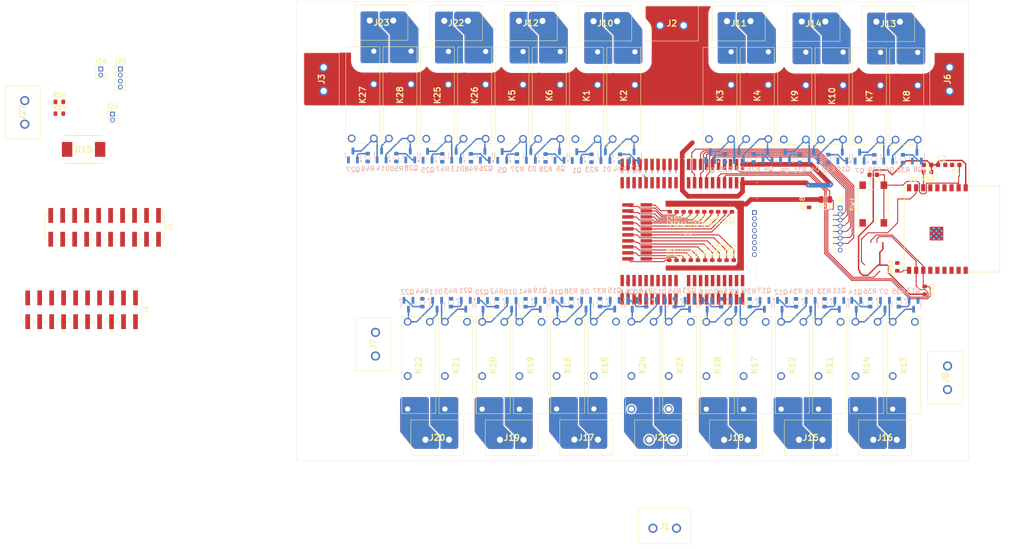
<source format=kicad_pcb>
(kicad_pcb (version 20240108) (generator "pcbnew") (generator_version "8.0")
  (layers (0 "F.Cu" signal "Sig1") (31 "B.Cu" signal "Sig3") (34 "B.Paste" user) (35 "F.Paste" user) (36 "B.SilkS" user "B.Silkscreen") (37 "F.SilkS" user "F.Silkscreen") (38 "B.Mask" user) (39 "F.Mask" user) (44 "Edge.Cuts" user))
  (net 0 "")
  (net 1 "GND")
  (net 2 "Net-(U2-IO8)")
  (net 3 "Net-(U2-IO10)")
  (net 27 "Net-(Q19-B)")
  (net 28 "Net-(Q20-B)")
  (net 29 "/led_cluster1/UP1")
  (net 30 "/led_cluster1/DOWN1")
  (net 31 "/led_cluster1/UP0")
  (net 32 "/led_cluster1/DOWN0")
  (net 33 "/led_cluster1/UP3")
  (net 34 "/led_cluster1/DOWN3")
  (net 35 "/led_cluster1/UP2")
  (net 36 "/led_cluster1/DOWN2")
  (net 37 "/led_cluster1/UP4")
  (net 38 "/led_cluster1/DOWN4")
  (net 51 "/led_cur_lim5/UP")
  (net 52 "/led_cur_lim5/DOWN")
  (net 53 "/led_cur_lim7/UP")
  (net 54 "/led_cur_lim7/DOWN")
  (net 55 "+5V")
  (net 56 "+1V8")
  (net 57 "+3V3")
  (net 58 "/sw_15")
  (net 59 "/sw_19")
  (net 60 "/sw_13")
  (net 61 "/sw_18")
  (net 62 "/sw_10")
  (net 63 "/sw_12")
  (net 64 "/sw_16")
  (net 65 "/sw_11")
  (net 66 "/sw_17")
  (net 67 "/sw_14")
  (net 68 "/sw_0")
  (net 69 "/sw_6")
  (net 70 "/sw_7")
  (net 71 "/sw_5")
  (net 72 "/sw_4")
  (net 73 "/sw_9")
  (net 74 "/sw_1")
  (net 75 "/sw_2")
  (net 76 "/sw_3")
  (net 77 "/sw_8")
  (net 78 "+UP")
  (net 79 "/TX")
  (net 80 "/RX")
  (net 81 "/mux_2")
  (net 82 "/mux_3")
  (net 83 "/mux_5")
  (net 84 "/mux_1")
  (net 85 "/led_cluster1/led_cur_lim4/DOWN_R")
  (net 86 "/mux_4")
  (net 87 "/led_cluster1/led_cur_lim4/UP_R")
  (net 88 "/mux_0")
  (net 89 "/ESP32/EN")
  (net 90 "+3V3_ESP")
  (net 91 "/led_cluster1/led_cur_lim4/UP_OUT")
  (net 92 "/led_cluster1/led_cur_lim4/DOWN_OUT")
  (net 93 "/UP_10")
  (net 94 "/DOWN_10")
  (net 95 "/UP_11")
  (net 96 "/DOWN_11")
  (net 97 "/UP_12")
  (net 98 "/DOWN_12")
  (net 99 "/UP_13")
  (net 100 "/DOWN_13")
  (net 101 "/UP_14")
  (net 102 "/DOWN_14")
  (net 103 "/led_cluster/led_cur_lim/UP_R")
  (net 104 "/led_cluster/led_cur_lim/DOWN_R")
  (net 105 "/led_cluster/led_cur_lim1/UP_R")
  (net 106 "/led_cluster/led_cur_lim1/DOWN_R")
  (net 107 "/led_cluster/led_cur_lim2/DOWN_R")
  (net 108 "/led_cluster/led_cur_lim2/UP_R")
  (net 109 "/led_cluster/led_cur_lim3/UP_R")
  (net 110 "/led_cluster/led_cur_lim3/DOWN_R")
  (net 111 "/led_cluster/led_cur_lim4/UP_R")
  (net 112 "/led_cluster/led_cur_lim4/DOWN_R")
  (net 113 "/led_cluster1/led_cur_lim1/UP_R")
  (net 114 "/led_cluster1/led_cur_lim1/DOWN_R")
  (net 115 "/led_cluster1/led_cur_lim/UP_R")
  (net 116 "/led_cluster1/led_cur_lim/DOWN_R")
  (net 117 "/led_cluster1/led_cur_lim3/DOWN_R")
  (net 118 "/led_cluster1/led_cur_lim3/UP_R")
  (net 119 "/led_cluster1/led_cur_lim2/DOWN_R")
  (net 120 "/led_cluster1/led_cur_lim2/UP_R")
  (net 121 "/led_cur_lim5/UP_R")
  (net 122 "/led_cur_lim5/DOWN_R")
  (net 123 "/led_cur_lim7/UP_R")
  (net 124 "/led_cur_lim7/DOWN_R")
  (net 125 "/led_cluster/led_cur_lim/DOWN_OUT")
  (net 126 "/led_cluster/led_cur_lim/UP_OUT")
  (net 127 "/led_cluster/led_cur_lim1/DOWN_OUT")
  (net 128 "/led_cluster/led_cur_lim1/UP_OUT")
  (net 129 "/led_cluster/led_cur_lim2/UP_OUT")
  (net 130 "/led_cluster/led_cur_lim2/DOWN_OUT")
  (net 131 "/led_cluster/led_cur_lim3/UP_OUT")
  (net 132 "/led_cluster/led_cur_lim3/DOWN_OUT")
  (net 133 "/led_cluster/led_cur_lim4/UP_OUT")
  (net 134 "/led_cluster/led_cur_lim4/DOWN_OUT")
  (net 135 "/led_cluster1/led_cur_lim1/DOWN_OUT")
  (net 136 "/led_cluster1/led_cur_lim1/UP_OUT")
  (net 137 "/led_cluster1/led_cur_lim/UP_OUT")
  (net 138 "/led_cluster1/led_cur_lim/DOWN_OUT")
  (net 139 "/led_cluster1/led_cur_lim3/DOWN_OUT")
  (net 140 "/led_cluster1/led_cur_lim3/UP_OUT")
  (net 141 "/led_cluster1/led_cur_lim2/UP_OUT")
  (net 142 "/led_cluster1/led_cur_lim2/DOWN_OUT")
  (net 143 "/led_cur_lim5/DOWN_OUT")
  (net 144 "/led_cur_lim5/UP_OUT")
  (net 145 "/led_cur_lim7/DOWN_OUT")
  (net 146 "/led_cur_lim7/UP_OUT")
  (net 147 "Net-(Q1-B)")
  (net 148 "Net-(Q2-B)")
  (net 149 "Net-(Q3-B)")
  (net 150 "Net-(Q4-B)")
  (net 151 "Net-(Q5-B)")
  (net 152 "Net-(Q6-B)")
  (net 153 "Net-(Q7-B)")
  (net 154 "Net-(Q8-B)")
  (net 155 "Net-(Q9-B)")
  (net 156 "Net-(Q10-B)")
  (net 157 "Net-(Q11-B)")
  (net 158 "Net-(Q12-B)")
  (net 159 "Net-(Q13-B)")
  (net 160 "Net-(Q14-B)")
  (net 161 "Net-(Q15-B)")
  (net 162 "Net-(Q16-B)")
  (net 163 "Net-(Q17-B)")
  (net 164 "Net-(Q18-B)")
  (net 165 "Net-(Q21-B)")
  (net 166 "Net-(Q22-B)")
  (net 167 "Net-(Q25-B)")
  (net 168 "Net-(Q26-B)")
  (net 189 "230VAC")
  (net 190 "Net-(J26-Pin_1)")
  (net 191 "Net-(Q23-B)")
  (net 192 "Net-(Q24-B)")
  (net 193 "/led_cur_lim6/DOWN_R")
  (net 194 "/led_cur_lim6/UP_R")
  (net 195 "/led_cur_lim8/DOWN_R")
  (net 196 "/led_cur_lim8/UP_R")
  (net 197 "/led_cur_lim6/DOWN_OUT")
  (net 198 "/led_cur_lim6/UP_OUT")
  (net 199 "/led_cur_lim8/UP_OUT")
  (net 200 "/led_cur_lim8/DOWN_OUT")
  (net 201 "Net-(Q27-B)")
  (net 202 "Net-(Q28-B)")
  (net 203 "/led_cur_lim6/UP")
  (net 204 "/led_cur_lim6/DOWN")
  (net 205 "/led_cur_lim8/UP")
  (net 206 "/led_cur_lim8/DOWN")
  (footprint "Resistor_SMD:R_0603_1608Metric" (layer "F.Cu") (at 210.916669 97.995 -90)
    (property "Reference" "R21")
    (property "Value" "4K7")
  )
  (footprint "G5NB-1A4_DC5:G5NB1A4DC5" (layer "F.Cu") (at 246.9725 109.19 -90)
    (property "Reference" "K13")
    (property "Value" "G5NB-1A4_DC5" (hide yes))
  )
  (footprint "G5NB-1A4_DC5:G5NB1A4DC5" (layer "F.Cu") (at 247.58 72.665 90)
    (property "Reference" "K8")
    (property "Value" "G5NB-1A4_DC5" (hide yes))
  )
  (footprint "KiCad:TC0203620000G" (layer "F.Cu") (at 134.96 117.48 90)
    (property "Reference" "J7")
    (property "Value" "TC0203620000G" (hide yes))
  )
  (footprint "Resistor_SMD:R_0603_1608Metric" (layer "F.Cu") (at 251.995 78.465 180)
    (property "Reference" "R52")
    (property "Value" "10k")
  )
  (footprint "Connector_PinHeader_2.54mm:PinHeader_2x10_P2.54mm_Vertical_SMD" (layer "F.Cu") (at 72.64 107.685 -90)
    (property "Reference" "J4")
    (property "Value" "Conn_02x10_Top_Bottom")
  )
  (footprint "Capacitor_SMD:C_0603_1608Metric" (layer "F.Cu") (at 254.995 76.965)
    (property "Reference" "C2")
    (property "Value" "100n")
  )
  (footprint "Resistor_SMD:R_0603_1608Metric" (layer "F.Cu") (at 206.139996 86.08 90)
    (property "Reference" "R8")
    (property "Value" "4K7")
  )
  (footprint "Resistor_SMD:R_0805_2012Metric" (layer "F.Cu") (at 230.355 84.305 180)
    (property "Reference" "R15")
    (property "Value" "0R")
  )
  (footprint "KiCad:TC0203620000G" (layer "F.Cu") (at 123.97 61.29 90)
    (property "Reference" "J3")
    (property "Value" "TC0203620000G" (hide yes))
  )
  (footprint "G5NB-1A4_DC5:G5NB1A4DC5" (layer "F.Cu") (at 163.895 72.4975 90)
    (property "Reference" "K5")
    (property "Value" "G5NB-1A4_DC5" (hide yes))
  )
  (footprint "G5NB-1A4_DC5:G5NB1A4DC5" (layer "F.Cu") (at 215.905 72.54 90)
    (property "Reference" "K4")
    (property "Value" "G5NB-1A4_DC5" (hide yes))
  )
  (footprint "G5NB-1A4_DC5:G5NB1A4DC5" (layer "F.Cu") (at 231.76 72.6225 90)
    (property "Reference" "K10")
    (property "Value" "G5NB-1A4_DC5" (hide yes))
  )
  (footprint "Resistor_SMD:R_0603_1608Metric" (layer "F.Cu") (at 226.885 85.135 90)
    (property "Reference" "R18")
    (property "Value" "0R")
  )
  (footprint "RF_Module:ESP32-C3-WROOM-02" (layer "F.Cu") (at 254.095 90.565 -90)
    (property "Reference" "U2")
    (property "Value" "ESP32-C3-WROOM-02")
  )
  (footprint "Resistor_SMD:R_0603_1608Metric" (layer "F.Cu") (at 204.845554 97.995 -90)
    (property "Reference" "R11")
    (property "Value" "4K7")
  )
  (footprint "Resistor_SMD:R_0603_1608Metric" (layer "F.Cu") (at 198.774446 97.995 -90)
    (property "Reference" "R3")
    (property "Value" "4K7")
  )
  (footprint "G5NB-1A4_DC5:G5NB1A4DC5" (layer "F.Cu") (at 187.6 72.55 90)
    (property "Reference" "K2")
    (property "Value" "G5NB-1A4_DC5" (hide yes))
  )
  (footprint "G5NB-1A4_DC5:G5NB1A4DC5" (layer "F.Cu") (at 208.005 72.54 90)
    (property "Reference" "K3")
    (property "Value" "G5NB-1A4_DC5" (hide yes))
  )
  (footprint "KiCad:TC0203620000G" (layer "F.Cu") (at 240.4975 135.245)
    (property "Reference" "J16")
    (property "Value" "TC0203620000G" (hide yes))
  )
  (footprint "Resistor_SMD:R_0603_1608Metric" (layer "F.Cu") (at 204.67333 86.08 90)
    (property "Reference" "R10")
    (property "Value" "4K7")
  )
  (footprint "KiCad:TC0203620000G" (layer "F.Cu") (at 256.245 124.6 90)
    (property "Reference" "J8")
    (property "Value" "TC0203620000G" (hide yes))
  )
  (footprint "KiCad:TC0203620000G" (layer "F.Cu") (at 170.37 46.4425 180)
    (property "Reference" "J12")
    (property "Value" "TC0203620000G" (hide yes))
  )
  (footprint "Connector_PinHeader_1.27mm:PinHeader_1x08_P1.27mm_Vertical" (layer "F.Cu") (at 233.49 86.13)
    (property "Reference" "J9")
    (property "Value" "Conn_01x08_Pin")
  )
  (footprint "Resistor_SMD:R_0603_1608Metric" (layer "F.Cu") (at 200.292223 97.995 -90)
    (property "Reference" "R5")
    (property "Value" "4K7")
  )
  (footprint "5_0SMDJ6_0CAS:DIONM7959X262N" (layer "F.Cu") (at 73.07 73.68)
    (property "Reference" "D15")
    (property "Value" "5.0SMDJ6.0CAS" (hide yes))
  )
  (footprint "Button_Switch_SMD:SW_SPST_Omron_B3FS-105xP" (layer "F.Cu") (at 240.495 85.265 90)
    (property "Reference" "SW1")
    (property "Value" "SW_Omron_B3FS")
  )
  (footprint "G5NB-1A4_DC5:G5NB1A4DC5" (layer "F.Cu") (at 175.7 109.16 -90)
    (property "Reference" "K16")
    (property "Value" "G5NB-1A4_DC5" (hide yes))
  )
  (footprint "Capacitor_SMD:C_0603_1608Metric" (layer "F.Cu") (at 257.995 76.965 180)
    (property "Reference" "C1")
    (property "Value" "100n")
  )
  (footprint "KiCad:TC0203620000G" (layer "F.Cu") (at 246.155 46.61 180)
    (property "Reference" "J13")
    (property "Value" "TC0203620000G" (hide yes))
  )
  (footprint "Resistor_SMD:R_0603_1608Metric" (layer "F.Cu") (at 197.256669 97.995 -90)
    (property "Reference" "R1")
    (property "Value" "4K7")
  )
  (footprint "G5NB-1A4_DC5:G5NB1A4DC5" (layer "F.Cu") (at 155.97 72.4675 90)
    (property "Reference" "K26")
    (property "Value" "G5NB-1A4_DC5" (hide yes))
  )
  (footprint "G5NB-1A4_DC5:G5NB1A4DC5" (layer "F.Cu") (at 239.68 72.665 90)
    (property "Reference" "K7")
    (property "Value" "G5NB-1A4_DC5" (hide yes))
  )
  (footprint "Resistor_SMD:R_0603_1608Metric" (layer "F.Cu") (at 210.539994 86.08 90)
    (property "Reference" "R2")
    (property "Value" "4K7")
  )
  (footprint "KiCad:TC0203620000G" (layer "F.Cu") (at 60.59 68.33 90)
    (property "Reference" "J27")
    (property "Value" "TC0203620000G" (hide yes))
  )
  (footprint "Resistor_SMD:R_0603_1608Metric" (layer "F.Cu") (at 209.06 86.085 90)
    (property "Reference" "R4")
    (property "Value" "4K7")
  )
  (footprint "KiCad:TC0203620000G" (layer "F.Cu") (at 192.995 135.2325)
    (property "Reference" "J21")
    (property "Value" "TC0203620000G" (hide yes))
  )
  (footprint "Resistor_SMD:R_0603_1608Metric" (layer "F.Cu") (at 200.273332 86.08 90)
    (property "Reference" "R17")
    (property "Value" "4K7")
  )
  (footprint "G5NB-1A4_DC5:G5NB1A4DC5" (layer "F.Cu") (at 207.45 109.205 -90)
    (property "Reference" "K18")
    (property "Value" "G5NB-1A4_DC5" (hide yes))
  )
  (footprint "G5NB-1A4_DC5:G5NB1A4DC5" (layer "F.Cu") (at 191.57 109.1775 -90)
    (property "Reference" "K24")
    (property "Value" "G5NB-1A4_DC5" (hide yes))
  )
  (footprint "Resistor_SMD:R_0603_1608Metric" (layer "F.Cu") (at 201.739998 86.08 90)
    (property "Reference" "R14")
    (property "Value" "4K7")
  )
  (footprint "KiCad:TC0203620000G" (layer "F.Cu") (at 145.545 135.2325)
    (property "Reference" "J20")
    (property "Value" "TC0203620000G" (hide yes))
  )
  (footprint "G5NB-1A4_DC5:G5NB1A4DC5" (layer "F.Cu") (at 167.82 109.2025 -90)
    (property "Reference" "K19")
    (property "Value" "G5NB-1A4_DC5" (hide yes))
  )
  (footprint "Resistor_SMD:R_0603_1608Metric" (layer "F.Cu") (at 203.327777 97.995 -90)
    (property "Reference" "R9")
    (property "Value" "4K7")
  )
  (footprint "G5NB-1A4_DC5:G5NB1A4DC5" (layer "F.Cu") (at 215.35 109.205 -90)
    (property "Reference" "K17")
    (property "Value" "G5NB-1A4_DC5" (hide yes))
  )
  (footprint "G5NB-1A4_DC5:G5NB1A4DC5" (layer "F.Cu") (at 148.07 72.4675 90)
    (property "Reference" "K25")
    (property "Value" "G5NB-1A4_DC5" (hide yes))
  )
  (footprint "G5NB-1A4_DC5:G5NB1A4DC5" (layer "F.Cu") (at 223.32 109.1975 -90)
    (property "Reference" "K12")
    (property "Value" "G5NB-1A4_DC5" (hide yes))
  )
  (footprint "Connector_PinHeader_1.27mm:PinHeader_1x04_P1.27mm_Vertical" (layer "F.Cu") (at 80.86 56.64)
    (property "Reference" "J25")
    (property "Value" "Conn_01x04_Pin")
  )
  (footprint "KiCad:TC0203620000G" (layer "F.Cu") (at 154.545 46.4125 180)
    (property "Reference" "J22")
    (property "Value" "TC0203620000G" (hide yes))
  )
  (footprint "G5NB-1A4_DC5:G5NB1A4DC5" (layer "F.Cu") (at 152.02 109.1775 -90)
    (property "Reference" "K21")
    (property "Value" "G5NB-1A4_DC5" (hide yes))
  )
  (footprint "Resistor_SMD:R_0603_1608Metric" (layer "F.Cu") (at 207.881108 97.995 -90)
    (property "Reference" "R16")
    (property "Value" "4K7")
  )
  (footprint "Resistor_SMD:R_0603_1608Metric" (layer "F.Cu") (at 198.806666 86.08 90)
    (property "Reference" "R20")
    (property "Value" "4K7")
  )
  (footprint "KiCad:TC0203620000G" (layer "F.Cu") (at 177.125 135.215)
    (property "Reference" "J17")
    (property "Value" "TC0203620000G" (hide yes))
  )
  (footprint "Resistor_SMD:R_0603_1608Metric" (layer "F.Cu") (at 67.925 66.1)
    (property "Reference" "R55")
    (property "Value" "10k")
  )
  (footprint "KiCad:TC0203620000G" (layer "F.Cu") (at 214.48 46.485 180)
    (property "Reference" "J11")
    (property "Value" "TC0203620000G" (hide yes))
  )
  (footprint "Resistor_SMD:R_0603_1608Metric" (layer "F.Cu") (at 209.398885 97.995 -90)
    (property "Reference" "R19")
    (property "Value" "4K7")
  )
  (footprint "G5NB-1A4_DC5:G5NB1A4DC5" (layer "F.Cu") (at 159.92 109.2025 -90)
    (property "Reference" "K20")
    (property "Value" "G5NB-1A4_DC5" (hide yes))
  )
  (footprint "G5NB-1A4_DC5:G5NB1A4DC5" (layer "F.Cu") (at 144.12 109.1775 -90)
    (property "Reference" "K22")
    (property "Value" "G5NB-1A4_DC5" (hide yes))
  )
  (footprint "machox5_board:machox5_board" (layer "F.Cu") (at 201.19 91.835)
    (property "Reference" "U1")
    (property "Value" "MACHox5_board")
  )
  (footprint "G5NB-1A4_DC5:G5NB1A4DC5" (layer "F.Cu") (at 179.7 72.55 90)
    (property "Reference" "K1")
    (property "Value" "G5NB-1A4_DC5" (hide yes))
  )
  (footprint "Capacitor_SMD:C_0603_1608Metric" (layer "F.Cu") (at 251.995 76.965 180)
    (property "Reference" "C3")
    (property "Value" "100n")
  )
  (footprint "KiCad:TC0203620000G" (layer "F.Cu") (at 224.745 135.2525)
    (property "Reference" "J15")
    (property "Value" "TC0203620000G" (hide yes))
  )
  (footprint "G5NB-1A4_DC5:G5NB1A4DC5" (layer "F.Cu") (at 140.15 72.4075 90)
    (property "Reference" "K28")
    (property "Value" "G5NB-1A4_DC5" (hide yes))
  )
  (footprint "Connector_PinHeader_1.27mm:PinHeader_1x02_P1.27mm_Vertical" (layer "F.Cu") (at 76.71 56.64)
    (property "Reference" "J26")
    (property "Value" "Conn_01x02_Pin")
  )
  (footprint "Resistor_SMD:R_0603_1608Metric" (layer "F.Cu") (at 201.81 97.995 -90)
    (property "Reference" "R7")
    (property "Value" "4K7")
  )
  (footprint "KiCad:TC0203620000G" (layer "F.Cu") (at 208.875 135.26)
    (property "Reference" "J18")
    (property "Value" "TC0203620000G" (hide yes))
  )
  (footprint "Resistor_SMD:R_0603_1608Metric" (layer "F.Cu") (at 203.206664 86.08 90)
    (property "Reference" "R12")
    (property "Value" "4K7")
  )
  (footprint "Capacitor_SMD:C_0603_1608Metric" (layer "F.Cu") (at 240.495 79.065 180)
    (property "Reference" "C4")
    (property "Value" "1u")
  )
  (footprint "G5NB-1A4_DC5:G5NB1A4DC5" (layer "F.Cu") (at 231.22 109.1975 -90)
    (property "Reference" "K11")
    (property "Value" "G5NB-1A4_DC5" (hide yes))
  )
  (footprint "KiCad:TC0203620000G" (layer "F.Cu") (at 230.335 46.5675 180)
    (property "Reference" "J14")
    (property "Value" "TC0203620000G" (hide yes))
  )
  (footprint "G5NB-1A4_DC5:G5NB1A4DC5" (layer "F.Cu") (at 199.47 109.1775 -90)
    (property "Reference" "K23")
    (property "Value" "G5NB-1A4_DC5" (hide yes))
  )
  (footprint "Connector_PinHeader_2.54mm:PinHeader_2x10_P2.54mm_Vertical_SMD" (layer "F.Cu") (at 77.52 90.205 -90)
    (property "Reference" "J5")
    (property "Value" "Conn_02x10_Top_Bottom")
  )
  (footprint "G5NB-1A4_DC5:G5NB1A4DC5" (layer "F.Cu") (at 223.86 72.6225 90)
    (property "Reference" "K9")
    (property "Value" "G5NB-1A4_DC5" (hide yes))
  )
  (footprint "KiCad:TC0203620000G" (layer "F.Cu") (at 161.345 135.2575)
    (property "Reference" "J19")
    (property "Value" "TC0203620000G" (hide yes))
  )
  (footprint "G5NB-1A4_DC5:G5NB1A4DC5" (layer "F.Cu") (at 183.6 109.16 -90)
    (property "Reference" "K15")
    (property "Value" "G5NB-1A4_DC5" (hide yes))
  )
  (footprint "Resistor_SMD:R_0603_1608Metric" (layer "F.Cu") (at 206.363331 97.995 -90)
    (property "Reference" "R13")
    (property "Value" "4K7")
  )
  (footprint "KiCad:TC0203620000G" (layer "F.Cu") (at 256.69 61.29 90)
    (property "Reference" "J6")
    (property "Value" "TC0203620000G" (hide yes))
  )
  (footprint "G5NB-1A4_DC5:G5NB1A4DC5" (layer "F.Cu") (at 239.0725 109.19 -90)
    (property "Reference" "K14")
    (property "Value" "G5NB-1A4_DC5" (hide yes))
  )
  (footprint "G5NB-1A4_DC5:G5NB1A4DC5" (layer "F.Cu") (at 171.795 72.4975 90)
    (property "Reference" "K6")
    (property "Value" "G5NB-1A4_DC5" (hide yes))
  )
  (footprint "KiCad:TC0203620000G" (layer "F.Cu") (at 138.725001 46.3525 180)
    (property "Reference" "J23")
    (property "Value" "TC0203620000G" (hide yes))
  )
  (footprint "Connector_PinHeader_1.27mm:PinHeader_1x02_P1.27mm_Vertical" (layer "F.Cu") (at 79.21 66.2)
    (property "Reference" "J24")
    (property "Value" "Conn_01x02_Pin")
  )
  (footprint "Resistor_SMD:R_0603_1608Metric" (layer "F.Cu") (at 245.595 98.59 -90)
    (property "Reference" "R53")
    (property "Value" "10k")
  )
  (footprint "KiCad:TC0203620000G" (layer "F.Cu") (at 193.78 154.01)
    (property "Reference" "J1")
    (property "Value" "TC0203620000G" (hide yes))
  )
  (footprint "Resistor_SMD:R_0603_1608Metric" (layer "F.Cu") (at 67.925 63.59)
    (property "Reference" "R54")
    (property "Value" "10k")
  )
  (footprint "KiCad:TC0203620000G" (layer "F.Cu") (at 195.3 47.4)
    (property "Reference" "J2")
    (property "Value" "TC0203620000G" (hide yes))
  )
  (footprint "G5NB-1A4_DC5:G5NB1A4DC5" (layer "F.Cu") (at 132.25 72.4075 90)
    (property "Reference" "K27")
    (property "Value" "G5NB-1A4_DC5" (hide yes))
  )
  (footprint "Resistor_SMD:R_0603_1608Metric" (layer "F.Cu") (at 197.34 86.08 90)
    (property "Reference" "R22")
    (property "Value" "4K7")
  )
  (footprint "Resistor_SMD:R_0603_1608Metric" (layer "F.Cu") (at 251.395 103.565 90)
    (property "Reference" "R51")
    (property "Value" "10k")
  )
  (footprint "Resistor_SMD:R_0603_1608Metric" (layer "F.Cu") (at 207.606662 86.08 90)
    (property "Reference" "R6")
    (property "Value" "4K7")
  )
  (footprint "KiCad:TC0203620000G" (layer "F.Cu") (at 186.175 46.495 180)
    (property "Reference" "J10")
    (property "Value" "TC0203620000G" (hide yes))
  )
  (footprint "Package_TO_SOT_SMD:SOT-23" (layer "B.Cu") (at 221.145 106.64 -90)
    (property "Reference" "Q12")
    (property "Value" "BC849")
  )
  (footprint "Package_TO_SOT_SMD:SOT-23" (layer "B.Cu") (at 169.895 106.645 -90)
    (property "Reference" "Q19")
    (property "Value" "BC849")
  )
  (footprint "Package_TO_SOT_SMD:SOT-23" (layer "B.Cu") (at 237.605 75.2225 90)
    (property "Reference" "Q7")
    (property "Value" "BC849")
  )
  (footprint "Resistor_SMD:R_0603_1608Metric" (layer "B.Cu") (at 192.345 106.18 90)
    (property "Reference" "R46")
    (property "Value" "10k")
  )
  (footprint "Resistor_SMD:R_0603_1608Metric" (layer "B.Cu") (at 246.805 75.6625 -90)
    (property "Reference" "R30")
    (property "Value" "10k")
  )
  (footprint "Resistor_SMD:R_0603_1608Metric" (layer "B.Cu") (at 208.225 106.2075 90)
    (property "Reference" "R40")
    (property "Value" "10k")
  )
  (footprint "Package_TO_SOT_SMD:SOT-23" (layer "B.Cu") (at 195.47 106.62 -90)
    (property "Reference" "D12")
    (property "Value" "D_Zener_Dual_CommonCathode_AAK" (hide yes))
  )
  (footprint "Resistor_SMD:R_0603_1608Metric" (layer "B.Cu") (at 139.375 75.405 -90)
    (property "Reference" "R50")
    (property "Value" "10k")
  )
  (footprint "Package_TO_SOT_SMD:SOT-23" (layer "B.Cu") (at 173.97 75.055 90)
    (property "Reference" "Q6")
    (property "Value" "BC849")
  )
  (footprint "Resistor_SMD:R_0603_1608Metric" (layer "B.Cu") (at 150.97 106.18 90)
    (property "Reference" "R43")
    (property "Value" "10k")
  )
  (footprint "Package_TO_SOT_SMD:SOT-23" (layer "B.Cu") (at 141.945 106.62 -90)
    (property "Reference" "Q22")
    (property "Value" "BC849")
  )
  (footprint "Package_TO_SOT_SMD:SOT-23" (layer "B.Cu") (at 157.745 106.645 -90)
    (property "Reference" "Q20")
    (property "Value" "BC849")
  )
  (footprint "Package_TO_SOT_SMD:SOT-23" (layer "B.Cu") (at 167.895 75.055 90)
    (property "Reference" "D3")
    (property "Value" "D_Zener_Dual_CommonCathode_AAK" (hide yes))
  )
  (footprint "Resistor_SMD:R_0603_1608Metric" (layer "B.Cu") (at 149.119999 75.465 -90)
    (property "Reference" "R47")
    (property "Value" "10k")
  )
  (footprint "Resistor_SMD:R_0603_1608Metric" (layer "B.Cu") (at 164.945 75.495 -90)
    (property "Reference" "R27")
    (property "Value" "10k")
  )
  (footprint "Package_TO_SOT_SMD:SOT-23" (layer "B.Cu") (at 136.25 74.964999 90)
    (property "Reference" "D14")
    (property "Value" "D_Zener_Dual_CommonCathode_AAK" (hide yes))
  )
  (footprint "Package_TO_SOT_SMD:SOT-23" (layer "B.Cu") (at 227.86 75.18 90)
    (property "Reference" "D5")
    (property "Value" "D_Zener_Dual_CommonCathode_AAK" (hide yes))
  )
  (footprint "Resistor_SMD:R_0603_1608Metric" (layer "B.Cu") (at 176.475 106.1625 90)
    (property "Reference" "R38")
    (property "Value" "10k")
  )
  (footprint "Package_TO_SOT_SMD:SOT-23" (layer "B.Cu") (at 205.93 75.0975 90)
    (property "Reference" "Q3")
    (property "Value" "BC849")
  )
  (footprint "Resistor_SMD:R_0603_1608Metric" (layer "B.Cu") (at 133.3 75.404999 -90)
    (property "Reference" "R49")
    (property "Value" "10k")
  )
  (footprint "Package_TO_SOT_SMD:SOT-23" (layer "B.Cu") (at 201.545 106.62 -90)
    (property "Reference" "Q23")
    (property "Value" "BC849")
  )
  (footprint "Package_TO_SOT_SMD:SOT-23" (layer "B.Cu") (at 217.425 106.6475 -90)
    (property "Reference" "Q17")
    (property "Value" "BC849")
  )
  (footprint "Resistor_SMD:R_0603_1608Metric" (layer "B.Cu") (at 215.13 75.5375 -90)
    (property "Reference" "R26")
    (property "Value" "10k")
  )
  (footprint "Package_TO_SOT_SMD:SOT-23" (layer "B.Cu") (at 242.9725 106.6325 -90)
    (property "Reference" "D7")
    (property "Value" "D_Zener_Dual_CommonCathode_AAK" (hide yes))
  )
  (footprint "Resistor_SMD:R_0603_1608Metric" (layer "B.Cu") (at 245.9225 106.1925 90)
    (property "Reference" "R35")
    (property "Value" "10k")
  )
  (footprint "Package_TO_SOT_SMD:SOT-23" (layer "B.Cu") (at 185.675 106.6025 -90)
    (property "Reference" "Q15")
    (property "Value" "BC849")
  )
  (footprint "Resistor_SMD:R_0603_1608Metric" (layer "B.Cu") (at 186.825 75.5475 -90)
    (property "Reference" "R24")
    (property "Value" "10k")
  )
  (footprint "Resistor_SMD:R_0603_1608Metric" (layer "B.Cu") (at 155.195 75.465 -90)
    (property "Reference" "R48")
    (property "Value" "10k")
  )
  (footprint "Resistor_SMD:R_0603_1608Metric" (layer "B.Cu") (at 230.17 106.2 90)
    (property "Reference" "R33")
    (property "Value" "10k")
  )
  (footprint "Package_TO_SOT_SMD:SOT-23" (layer "B.Cu") (at 233.295 106.64 -90)
    (property "Reference" "Q11")
    (property "Value" "BC849")
  )
  (footprint "Package_TO_SOT_SMD:SOT-23" (layer "B.Cu") (at 179.6 106.6025 -90)
    (property "Reference" "D8")
    (property "Value" "D_Zener_Dual_CommonCathode_AAK" (hide yes))
  )
  (footprint "Package_TO_SOT_SMD:SOT-23" (layer "B.Cu") (at 249.0475 106.6325 -90)
    (property "Reference" "Q13")
    (property "Value" "BC849")
  )
  (footprint "Resistor_SMD:R_0603_1608Metric" (layer "B.Cu") (at 180.75 75.5475 -90)
    (property "Reference" "R23")
    (property "Value" "10k")
  )
  (footprint "Resistor_SMD:R_0603_1608Metric" (layer "B.Cu") (at 182.55 106.1625 90)
    (property "Reference" "R37")
    (property "Value" "10k")
  )
  (footprint "Package_TO_SOT_SMD:SOT-23" (layer "B.Cu") (at 249.755 75.2225 90)
    (property "Reference" "Q8")
    (property "Value" "BC849")
  )
  (footprint "Package_TO_SOT_SMD:SOT-23" (layer "B.Cu") (at 189.395 106.62 -90)
    (property "Reference" "Q24")
    (property "Value" "BC849")
  )
  (footprint "Package_TO_SOT_SMD:SOT-23" (layer "B.Cu") (at 211.35 106.6475 -90)
    (property "Reference" "D9")
    (property "Value" "D_Zener_Dual_CommonCathode_AAK" (hide yes))
  )
  (footprint "Package_TO_SOT_SMD:SOT-23" (layer "B.Cu") (at 130.175 74.964999 90)
    (property "Reference" "Q27")
    (property "Value" "BC849")
  )
  (footprint "Package_TO_SOT_SMD:SOT-23" (layer "B.Cu") (at 221.785 75.18 90)
    (property "Reference" "Q9")
    (property "Value" "BC849")
  )
  (footprint "Resistor_SMD:R_0603_1608Metric" (layer "B.Cu") (at 224.91 75.62 -90)
    (property "Reference" "R31")
    (property "Value" "10k")
  )
  (footprint "Resistor_SMD:R_0603_1608Metric" (layer "B.Cu") (at 239.8475 106.1925 90)
    (property "Reference" "R36")
    (property "Value" "10k")
  )
  (footprint "Package_TO_SOT_SMD:SOT-23" (layer "B.Cu") (at 142.325 74.965 90)
    (property "Reference" "Q28")
    (property "Value" "BC849")
  )
  (footprint "Resistor_SMD:R_0603_1608Metric" (layer "B.Cu") (at 240.73 75.6625 -90)
    (property "Reference" "R29")
    (property "Value" "10k")
  )
  (footprint "Package_TO_SOT_SMD:SOT-23" (layer "B.Cu") (at 161.82 75.055 90)
    (property "Reference" "Q5")
    (property "Value" "BC849")
  )
  (footprint "Package_TO_SOT_SMD:SOT-23" (layer "B.Cu") (at 189.775 75.1075 90)
    (property "Reference" "Q2")
    (property "Value" "BC849")
  )
  (footprint "Package_TO_SOT_SMD:SOT-23" (layer "B.Cu") (at 148.02 106.62 -90)
    (property "Reference" "D11")
    (property "Value" "D_Zener_Dual_CommonCathode_AAK" (hide yes))
  )
  (footprint "Package_TO_SOT_SMD:SOT-23" (layer "B.Cu") (at 173.525 106.6025 -90)
    (property "Reference" "Q16")
    (property "Value" "BC849")
  )
  (footprint "Package_TO_SOT_SMD:SOT-23" (layer "B.Cu") (at 233.935 75.18 90)
    (property "Reference" "Q10")
    (property "Value" "BC849")
  )
  (footprint "Resistor_SMD:R_0603_1608Metric" (layer "B.Cu") (at 209.055 75.5375 -90)
    (property "Reference" "R25")
    (property "Value" "10k")
  )
  (footprint "Resistor_SMD:R_0603_1608Metric" (layer "B.Cu") (at 171.02 75.495 -90)
    (property "Reference" "R28")
    (property "Value" "10k")
  )
  (footprint "Package_TO_SOT_SMD:SOT-23" (layer "B.Cu") (at 177.625 75.1075 90)
    (property "Reference" "Q1")
    (property "Value" "BC849")
  )
  (footprint "Package_TO_SOT_SMD:SOT-23" (layer "B.Cu") (at 205.275 106.6475 -90)
    (property "Reference" "Q18")
    (property "Value" "BC849")
  )
  (footprint "Package_TO_SOT_SMD:SOT-23" (layer "B.Cu") (at 154.095 106.62 -90)
    (property "Reference" "Q21")
    (property "Value" "BC849")
  )
  (footprint "Resistor_SMD:R_0603_1608Metric" (layer "B.Cu") (at 144.895 106.18 90)
    (property "Reference" "R44")
    (property "Value" "10k")
  )
  (footprint "Package_TO_SOT_SMD:SOT-23" (layer "B.Cu") (at 218.08 75.0975 90)
    (property "Reference" "Q4")
    (property "Value" "BC849")
  )
  (footprint "Resistor_SMD:R_0603_1608Metric" (layer "B.Cu") (at 198.42 106.18 90)
    (property "Reference" "R45")
    (property "Value" "10k")
  )
  (footprint "Package_TO_SOT_SMD:SOT-23" (layer "B.Cu") (at 236.8975 106.6325 -90)
    (property "Reference" "Q14")
    (property "Value" "BC849")
  )
  (footprint "Resistor_SMD:R_0603_1608Metric" (layer "B.Cu") (at 166.77 106.205 90)
    (property "Reference" "R41")
    (property "Value" "10k")
  )
  (footprint "Package_TO_SOT_SMD:SOT-23" (layer "B.Cu") (at 163.82 106.645 -90)
    (property "Reference" "D10")
    (property "Value" "D_Zener_Dual_CommonCathode_AAK" (hide yes))
  )
  (footprint "Resistor_SMD:R_0603_1608Metric" (layer "B.Cu") (at 160.695 106.205 90)
    (property "Reference" "R42")
    (property "Value" "10k")
  )
  (footprint "Package_TO_SOT_SMD:SOT-23" (layer "B.Cu") (at 145.995 75.025 90)
    (property "Reference" "Q25")
    (property "Value" "BC849")
  )
  (footprint "Resistor_SMD:R_0603_1608Metric" (layer "B.Cu") (at 230.985 75.62 -90)
    (property "Reference" "R32")
    (property "Value" "10k")
  )
  (footprint "Package_TO_SOT_SMD:SOT-23" (layer "B.Cu") (at 243.68 75.2225 90)
    (property "Reference" "D4")
    (property "Value" "D_Zener_Dual_CommonCathode_AAK" (hide yes))
  )
  (footprint "Package_TO_SOT_SMD:SOT-23" (layer "B.Cu") (at 158.145 75.025 90)
    (property "Reference" "Q26")
    (property "Value" "BC849")
  )
  (footprint "Package_TO_SOT_SMD:SOT-23" (layer "B.Cu") (at 183.7 75.1075 90)
    (property "Reference" "D1")
    (property "Value" "D_Zener_Dual_CommonCathode_AAK" (hide yes))
  )
  (footprint "Resistor_SMD:R_0603_1608Metric" (layer "B.Cu") (at 224.095 106.2 90)
    (property "Reference" "R34")
    (property "Value" "10k")
  )
  (footprint "Resistor_SMD:R_0603_1608Metric" (layer "B.Cu") (at 214.3 106.2075 90)
    (property "Reference" "R39")
    (property "Value" "10k")
  )
  (footprint "Package_TO_SOT_SMD:SOT-23" (layer "B.Cu") (at 152.07 75.025 90)
    (property "Reference" "D13")
    (property "Value" "D_Zener_Dual_CommonCathode_AAK" (hide yes))
  )
  (footprint "Package_TO_SOT_SMD:SOT-23" (layer "B.Cu") (at 212.005 75.0975 90)
    (property "Reference" "D2")
    (property "Value" "D_Zener_Dual_CommonCathode_AAK" (hide yes))
  )
  (footprint "Package_TO_SOT_SMD:SOT-23" (layer "B.Cu") (at 227.22 106.64 -90)
    (property "Reference" "D6")
    (property "Value" "D_Zener_Dual_CommonCathode_AAK" (hide yes))
  )
  (gr_rect (start 118.29 42.33) (end 260.73 139.7) (stroke (width 0.05)) (fill none) (layer "Edge.Cuts"))
  (segment (start 251.17 78.465) (end 251.17 81.74) (width 0.2) (layer "F.Cu") (net 2))
  (segment (start 251.17 81.74) (end 251.095 81.815) (width 0.2) (layer "F.Cu") (net 2))
  (segment (start 246.57 99.69) (end 246.945 99.315) (width 0.2) (layer "F.Cu") (net 3))
  (segment (start 246.945 99.315) (end 248.095 99.315) (width 0.2) (layer "F.Cu") (net 3))
  (segment (start 245.495 99.69) (end 246.57 99.69) (width 0.2) (layer "F.Cu") (net 3))
  (segment (start 168.6225 107.03) (end 166.77 107.03) (width 0.3) (layer "B.Cu") (net 27))
  (segment (start 168.945 106.7075) (end 168.6225 107.03) (width 0.3) (layer "B.Cu") (net 27))
  (segment (start 168.945 105.7075) (end 168.945 106.7075) (width 0.3) (layer "B.Cu") (net 27))
  (segment (start 158.667732 107.03) (end 157.345232 105.7075) (width 0.3) (layer "B.Cu") (net 28))
  (segment (start 160.695 107.03) (end 158.667732 107.03) (width 0.3) (layer "B.Cu") (net 28))
  (segment (start 157.345232 105.7075) (end 156.795 105.7075) (width 0.3) (layer "B.Cu") (net 28))
  (segment (start 208.97 105.395) (end 208.97 103.65) (width 0.2) (layer "F.Cu") (net 29))
  (segment (start 208.97 103.65) (end 208.945 103.625) (width 0.2) (layer "F.Cu") (net 29))
  (via (at 208.945 103.515) (size 0.45) (drill 0.35) (layers "F.Cu" "B.Cu") (net 29))
  (segment (start 210.24 105.395) (end 210.24 103.67) (width 0.2) (layer "F.Cu") (net 30))
  (segment (start 210.24 103.67) (end 210.235 103.665) (width 0.2) (layer "F.Cu") (net 30))
  (via (at 210.235 103.515) (size 0.45) (drill 0.35) (layers "F.Cu" "B.Cu") (net 30))
  (segment (start 211.51 103.73) (end 211.455 103.675) (width 0.2) (layer "F.Cu") (net 31))
  (segment (start 211.51 105.395) (end 211.51 103.73) (width 0.2) (layer "F.Cu") (net 31))
  (via (at 211.455 103.515) (size 0.45) (drill 0.35) (layers "F.Cu" "B.Cu") (net 31))
  (segment (start 212.78 105.395) (end 212.78 103.66) (width 0.2) (layer "F.Cu") (net 32))
  (segment (start 212.78 103.66) (end 212.765 103.645) (width 0.2) (layer "F.Cu") (net 32))
  (via (at 212.765 103.515) (size 0.45) (drill 0.35) (layers "F.Cu" "B.Cu") (net 32))
  (segment (start 189.79 103.57) (end 189.785 103.565) (width 0.2) (layer "F.Cu") (net 33))
  (segment (start 189.79 105.395) (end 189.79 103.57) (width 0.2) (layer "F.Cu") (net 33))
  (via (at 189.785 103.515) (size 0.45) (drill 0.35) (layers "F.Cu" "B.Cu") (net 33))
  (segment (start 191.06 105.395) (end 191.06 103.71) (width 0.2) (layer "F.Cu") (net 34))
  (segment (start 191.06 103.71) (end 191.055 103.705) (width 0.2) (layer "F.Cu") (net 34))
  (via (at 191.055 103.515) (size 0.45) (drill 0.35) (layers "F.Cu" "B.Cu") (net 34))
  (segment (start 192.325 103.655) (end 192.33 103.66) (width 0.2) (layer "F.Cu") (net 35))
  (segment (start 192.33 105.395) (end 192.33 103.66) (width 0.2) (layer "F.Cu") (net 35))
  (via (at 192.33 103.515) (size 0.45) (drill 0.35) (layers "F.Cu" "B.Cu") (net 35))
  (segment (start 207.7 105.395) (end 207.7 103.64) (width 0.2) (layer "F.Cu") (net 36))
  (segment (start 207.7 103.64) (end 207.685 103.625) (width 0.2) (layer "F.Cu") (net 36))
  (via (at 207.685 103.515) (size 0.45) (drill 0.35) (layers "F.Cu" "B.Cu") (net 36))
  (segment (start 187.25 103.52) (end 187.255 103.515) (width 0.2) (layer "F.Cu") (net 37))
  (segment (start 187.25 105.395) (end 187.25 103.52) (width 0.2) (layer "F.Cu") (net 37))
  (via (at 187.255 103.515) (size 0.45) (drill 0.35) (layers "F.Cu" "B.Cu") (net 37))
  (segment (start 188.52 103.63) (end 188.595 103.555) (width 0.2) (layer "F.Cu") (net 38))
  (segment (start 188.52 105.395) (end 188.52 103.63) (width 0.2) (layer "F.Cu") (net 38))
  (via (at 188.595 103.515) (size 0.45) (drill 0.35) (layers "F.Cu" "B.Cu") (net 38))
  (segment (start 188.52 101.495) (end 188.52 102.325) (width 0.2) (layer "F.Cu") (net 51))
  (segment (start 188.52 102.325) (end 188.10844 101.913441) (width 0.2) (layer "F.Cu") (net 51))
  (segment (start 227.255 76.855) (end 212.78 76.855) (width 1) (layer "F.Cu") (net 55))
  (segment (start 211.795 83.625) (end 212.78 82.64) (width 1) (layer "F.Cu") (net 55))
  (segment (start 201.255 83.625) (end 211.795 83.625) (width 1) (layer "F.Cu") (net 55))
  (segment (start 212.78 80.755) (end 226.215 80.755) (width 1) (layer "F.Cu") (net 55))
  (segment (start 200.005 74.395) (end 200.005 82.375) (width 1) (layer "F.Cu") (net 55))
  (segment (start 202.1425 72.2575) (end 200.005 74.395) (width 1) (layer "F.Cu") (net 55))
  (segment (start 231.495 81.095) (end 227.255 76.855) (width 1) (layer "F.Cu") (net 55))
  (segment (start 200.005 82.375) (end 201.255 83.625) (width 1) (layer "F.Cu") (net 55))
  (segment (start 212.78 82.64) (end 212.78 80.755) (width 1) (layer "F.Cu") (net 55))
  (segment (start 226.215 80.755) (end 226.735 81.275) (width 1) (layer "F.Cu") (net 55))
  (via (at 226.735 81.275) (size 0.4) (drill 0.25) (layers "F.Cu" "B.Cu") (net 55))
  (via (at 231.495 81.095) (size 0.4) (drill 0.25) (layers "F.Cu" "B.Cu") (net 55))
  (segment (start 195.47 107.5575) (end 195.47 108.6775) (width 0.3) (layer "B.Cu") (net 55))
  (segment (start 243.68 74.285) (end 243.68 73.165) (width 0.3) (layer "B.Cu") (net 55))
  (segment (start 226.735 81.275) (end 231.315 81.275) (width 1) (layer "B.Cu") (net 55))
  (segment (start 227.86 73.1225) (end 229.41 71.5725) (width 0.3) (layer "B.Cu") (net 55))
  (segment (start 211.35 107.585) (end 211.35 108.705) (width 0.3) (layer "B.Cu") (net 55))
  (segment (start 167.895 74.1175) (end 167.895 72.9975) (width 0.3) (layer "B.Cu") (net 55))
  (segment (start 227.22 108.6975) (end 225.67 110.2475) (width 0.3) (layer "B.Cu") (net 55))
  (segment (start 231.315 81.275) (end 231.495 81.095) (width 1) (layer "B.Cu") (net 55))
  (segment (start 242.9725 107.57) (end 242.9725 108.69) (width 0.3) (layer "B.Cu") (net 55))
  (segment (start 212.005 74.16) (end 212.005 73.04) (width 0.3) (layer "B.Cu") (net 55))
  (segment (start 183.7 73.05) (end 185.25 71.5) (width 0.3) (layer "B.Cu") (net 55))
  (segment (start 212.005 73.04) (end 213.555 71.49) (width 0.3) (layer "B.Cu") (net 55))
  (segment (start 148.02 108.6775) (end 146.47 110.2275) (width 0.3) (layer "B.Cu") (net 55))
  (segment (start 227.22 107.5775) (end 227.22 108.6975) (width 0.3) (layer "B.Cu") (net 55))
  (segment (start 211.35 108.705) (end 209.8 110.255) (width 0.3) (layer "B.Cu") (net 55))
  (segment (start 179.6 108.66) (end 178.05 110.21) (width 0.3) (layer "B.Cu") (net 55))
  (segment (start 183.7 74.17) (end 183.7 73.05) (width 0.3) (layer "B.Cu") (net 55))
  (segment (start 163.82 107.5825) (end 163.82 108.7025) (width 0.3) (layer "B.Cu") (net 55))
  (segment (start 179.6 107.54) (end 179.6 108.66) (width 0.3) (layer "B.Cu") (net 55))
  (segment (start 148.02 107.5575) (end 148.02 108.6775) (width 0.3) (layer "B.Cu") (net 55))
  (segment (start 163.82 108.7025) (end 162.27 110.2525) (width 0.3) (layer "B.Cu") (net 55))
  (segment (start 136.25 72.9075) (end 137.8 71.3575) (width 0.3) (layer "B.Cu") (net 55))
  (segment (start 195.47 108.6775) (end 193.92 110.2275) (width 0.3) (layer "B.Cu") (net 55))
  (segment (start 136.25 74.0275) (end 136.25 72.9075) (width 0.3) (layer "B.Cu") (net 55))
  (segment (start 242.9725 108.69) (end 241.4225 110.24) (width 0.3) (layer "B.Cu") (net 55))
  (segment (start 152.07 74.0875) (end 152.07 72.9675) (width 0.3) (layer "B.Cu") (net 55))
  (segment (start 227.86 74.2425) (end 227.86 73.1225) (width 0.3) (layer "B.Cu") (net 55))
  (segment (start 167.895 72.9975) (end 169.445 71.4475) (width 0.3) (layer "B.Cu") (net 55))
  (segment (start 243.68 73.165) (end 245.23 71.615) (width 0.3) (layer "B.Cu") (net 55))
  (segment (start 152.07 72.9675) (end 153.62 71.4175) (width 0.3) (layer "B.Cu") (net 55))
  (segment (start 232.03 84.6) (end 232.03 86.375) (width 0.2) (layer "F.Cu") (net 57))
  (segment (start 230.855 86.615) (end 230.855 95.122376) (width 0.2) (layer "F.Cu") (net 57))
  (segment (start 231.095 86.375) (end 230.855 86.615) (width 0.2) (layer "F.Cu") (net 57))
  (segment (start 230.845 95.445) (end 236.185 100.785) (width 0.2) (layer "F.Cu") (net 57))
  (segment (start 231.735 84.305) (end 232.03 84.6) (width 0.2) (layer "F.Cu") (net 57))
  (segment (start 230.845 95.132376) (end 230.845 95.445) (width 0.2) (layer "F.Cu") (net 57))
  (segment (start 230.855 95.122376) (end 230.845 95.132376) (width 0.2) (layer "F.Cu") (net 57))
  (segment (start 212.33 78.505) (end 227.205 78.505) (width 0.2) (layer "F.Cu") (net 57))
  (segment (start 211.51 76.855) (end 211.51 77.685) (width 0.2) (layer "F.Cu") (net 57))
  (segment (start 236.185 100.785) (end 240.595 100.785) (width 0.2) (layer "F.Cu") (net 57))
  (segment (start 231.2675 84.305) (end 231.735 84.305) (width 0.2) (layer "F.Cu") (net 57))
  (segment (start 231.2675 82.5675) (end 231.2675 84.305) (width 0.2) (layer "F.Cu") (net 57))
  (segment (start 232.03 86.375) (end 231.095 86.375) (width 0.2) (layer "F.Cu") (net 57))
  (segment (start 211.51 77.685) (end 212.33 78.505) (width 0.2) (layer "F.Cu") (net 57))
  (segment (start 227.205 78.505) (end 231.2675 82.5675) (width 0.2) (layer "F.Cu") (net 57))
  (segment (start 240.595 100.785) (end 241.895 99.485) (width 0.2) (layer "F.Cu") (net 57))
  (segment (start 204.845554 95.949446) (end 204.845554 97.17) (width 0.2) (layer "F.Cu") (net 58))
  (segment (start 204.86 95.935) (end 204.845554 95.949446) (width 0.2) (layer "F.Cu") (net 58))
  (segment (start 192.36 94.345) (end 203.27 94.345) (width 0.2) (layer "F.Cu") (net 58))
  (segment (start 203.27 94.345) (end 204.86 95.935) (width 0.2) (layer "F.Cu") (net 58))
  (segment (start 210.916669 94.971669) (end 210.916669 97.17) (width 0.2) (layer "F.Cu") (net 59))
  (segment (start 207.75 91.805) (end 210.916669 94.971669) (width 0.2) (layer "F.Cu") (net 59))
  (segment (start 192.36 91.805) (end 207.75 91.805) (width 0.2) (layer "F.Cu") (net 59))
  (segment (start 201.81 96.535) (end 201.81 97.17) (width 0.2) (layer "F.Cu") (net 60))
  (segment (start 192.36 95.615) (end 200.89 95.615) (width 0.2) (layer "F.Cu") (net 60))
  (segment (start 200.89 95.615) (end 201.81 96.535) (width 0.2) (layer "F.Cu") (net 60))
  (segment (start 190.43331 91.805) (end 191.05331 92.425) (width 0.2) (layer "F.Cu") (net 61))
  (segment (start 188.47 91.805) (end 190.43331 91.805) (width 0.2) (layer "F.Cu") (net 61))
  (segment (start 191.05331 92.425) (end 206.69 92.425) (width 0.2) (layer "F.Cu") (net 61))
  (segment (start 209.398885 95.133885) (end 209.398885 97.17) (width 0.2) (layer "F.Cu") (net 61))
  (segment (start 206.69 92.425) (end 209.398885 95.133885) (width 0.2) (layer "F.Cu") (net 61))
  (segment (start 196.12 97.485) (end 196.435 97.17) (width 0.2) (layer "F.Cu") (net 62))
  (segment (start 189.07 97.485) (end 196.12 97.485) (width 0.2) (layer "F.Cu") (net 62))
  (segment (start 188.47 96.885) (end 189.07 97.485) (width 0.2) (layer "F.Cu") (net 62))
  (segment (start 196.435 97.17) (end 197.256669 97.17) (width 0.2) (layer "F.Cu") (net 62))
  (segment (start 199.845 96.21) (end 200.292223 96.657223) (width 0.2) (layer "F.Cu") (net 63))
  (segment (start 196.661325 96.21) (end 199.845 96.21) (width 0.2) (layer "F.Cu") (net 63))
  (segment (start 200.292223 96.657223) (end 200.292223 97.17) (width 0.2) (layer "F.Cu") (net 63))
  (segment (start 188.47 95.615) (end 190.15 95.615) (width 0.2) (layer "F.Cu") (net 63))
  (segment (start 190.15 95.615) (end 190.75 96.215) (width 0.2) (layer "F.Cu") (net 63))
  (segment (start 196.656325 96.215) (end 196.661325 96.21) (width 0.2) (layer "F.Cu") (net 63))
  (segment (start 190.75 96.215) (end 196.656325 96.215) (width 0.2) (layer "F.Cu") (net 63))
  (segment (start 204.58 93.745) (end 206.363331 95.528331) (width 0.2) (layer "F.Cu") (net 64))
  (segment (start 191 93.745) (end 204.58 93.745) (width 0.2) (layer "F.Cu") (net 64))
  (segment (start 206.363331 95.528331) (end 206.363331 97.17) (width 0.2) (layer "F.Cu") (net 64))
  (segment (start 188.47 93.075) (end 189.2 93.075) (width 0.2) (layer "F.Cu") (net 64))
  (segment (start 190.179999 93.404999) (end 190.659999 93.404999) (width 0.2) (layer "F.Cu") (net 64))
  (segment (start 189.2 93.075) (end 189.21 93.085) (width 0.2) (layer "F.Cu") (net 64))
  (segment (start 190.659999 93.404999) (end 191 93.745) (width 0.2) (layer "F.Cu") (net 64))
  (segment (start 189.21 93.085) (end 189.86 93.085) (width 0.2) (layer "F.Cu") (net 64))
  (segment (start 189.86 93.085) (end 190.179999 93.404999) (width 0.2) (layer "F.Cu") (net 64))
  (segment (start 198.774446 96.719446) (end 198.774446 97.17) (width 0.2) (layer "F.Cu") (net 65))
  (segment (start 196.553015 96.785) (end 196.798015 96.54) (width 0.2) (layer "F.Cu") (net 65))
  (segment (start 196.798015 96.54) (end 198.595 96.54) (width 0.2) (layer "F.Cu") (net 65))
  (segment (start 192.46 96.785) (end 196.553015 96.785) (width 0.2) (layer "F.Cu") (net 65))
  (segment (start 192.36 96.885) (end 192.46 96.785) (width 0.2) (layer "F.Cu") (net 65))
  (segment (start 198.595 96.54) (end 198.774446 96.719446) (width 0.2) (layer "F.Cu") (net 65))
  (segment (start 192.36 93.075) (end 205.31 93.075) (width 0.2) (layer "F.Cu") (net 66))
  (segment (start 205.31 93.075) (end 207.881108 95.646108) (width 0.2) (layer "F.Cu") (net 66))
  (segment (start 207.881108 95.646108) (end 207.881108 97.17) (width 0.2) (layer "F.Cu") (net 66))
  (segment (start 190.14 94.345) (end 190.81 95.015) (width 0.2) (layer "F.Cu") (net 67))
  (segment (start 203.327777 96.412777) (end 203.327777 97.17) (width 0.2) (layer "F.Cu") (net 67))
  (segment (start 188.47 94.345) (end 190.14 94.345) (width 0.2) (layer "F.Cu") (net 67))
  (segment (start 201.93 95.015) (end 203.327777 96.412777) (width 0.2) (layer "F.Cu") (net 67))
  (segment (start 190.81 95.015) (end 201.93 95.015) (width 0.2) (layer "F.Cu") (net 67))
  (segment (start 190.84831 91.205) (end 190.17831 90.535) (width 0.2) (layer "F.Cu") (net 68))
  (segment (start 210.539994 86.905) (end 206.239994 91.205) (width 0.2) (layer "F.Cu") (net 68))
  (segment (start 206.239994 91.205) (end 190.84831 91.205) (width 0.2) (layer "F.Cu") (net 68))
  (segment (start 190.17831 90.535) (end 188.47 90.535) (width 0.2) (layer "F.Cu") (net 68))
  (segment (start 188.47 86.725) (end 188.8 87.055) (width 0.2) (layer "F.Cu") (net 69))
  (segment (start 201.739998 87.495002) (end 201.739998 86.67) (width 0.2) (layer "F.Cu") (net 69))
  (segment (start 190.66 87.055) (end 190.94669 87.34169) (width 0.2) (layer "F.Cu") (net 69))
  (segment (start 194.16669 87.34169) (end 195.1 88.275) (width 0.2) (layer "F.Cu") (net 69))
  (segment (start 190.94669 87.34169) (end 194.16669 87.34169) (width 0.2) (layer "F.Cu") (net 69))
  (segment (start 195.1 88.275) (end 200.96 88.275) (width 0.2) (layer "F.Cu") (net 69))
  (segment (start 200.96 88.275) (end 201.739998 87.495002) (width 0.2) (layer "F.Cu") (net 69))
  (segment (start 188.8 87.055) (end 190.66 87.055) (width 0.2) (layer "F.Cu") (net 69))
  (segment (start 194.4 86.725) (end 195.62 87.945) (width 0.2) (layer "F.Cu") (net 70))
  (segment (start 200.273332 87.361668) (end 200.273332 86.67) (width 0.2) (layer "F.Cu") (net 70))
  (segment (start 195.62 87.945) (end 199.69 87.945) (width 0.2) (layer "F.Cu") (net 70))
  (segment (start 192.36 86.725) (end 194.4 86.725) (width 0.2) (layer "F.Cu") (net 70))
  (segment (start 199.69 87.945) (end 200.273332 87.361668) (width 0.2) (layer "F.Cu") (net 70))
  (segment (start 203.206664 86.67) (end 203.206664 87.588336) (width 0.2) (layer "F.Cu") (net 71))
  (segment (start 194.59 88.605) (end 193.98 87.995) (width 0.2) (layer "F.Cu") (net 71))
  (segment (start 193.98 87.995) (end 192.36 87.995) (width 0.2) (layer "F.Cu") (net 71))
  (segment (start 203.206664 87.588336) (end 202.19 88.605) (width 0.2) (layer "F.Cu") (net 71))
  (segment (start 202.19 88.605) (end 194.59 88.605) (width 0.2) (layer "F.Cu") (net 71))
  (segment (start 204.67333 87.82167) (end 204.67333 86.67) (width 0.2) (layer "F.Cu") (net 72))
  (segment (start 203.56 88.935) (end 204.67333 87.82167) (width 0.2) (layer "F.Cu") (net 72))
  (segment (start 194.06 88.935) (end 203.56 88.935) (width 0.2) (layer "F.Cu") (net 72))
  (segment (start 190.93 88.665) (end 193.79 88.665) (width 0.2) (layer "F.Cu") (net 72))
  (segment (start 193.79 88.665) (end 194.06 88.935) (width 0.2) (layer "F.Cu") (net 72))
  (segment (start 188.47 87.995) (end 190.26 87.995) (width 0.2) (layer "F.Cu") (net 72))
  (segment (start 190.26 87.995) (end 190.93 88.665) (width 0.2) (layer "F.Cu") (net 72))
  (segment (start 194.18 85.455) (end 195.395 86.67) (width 0.2) (layer "F.Cu") (net 73))
  (segment (start 195.395 86.67) (end 197.34 86.67) (width 0.2) (layer "F.Cu") (net 73))
  (segment (start 192.36 85.455) (end 194.18 85.455) (width 0.2) (layer "F.Cu") (net 73))
  (segment (start 209.06 87.61) (end 209.06 86.91) (width 0.2) (layer "F.Cu") (net 74))
  (segment (start 206.135 90.535) (end 209.06 87.61) (width 0.2) (layer "F.Cu") (net 74))
  (segment (start 192.36 90.535) (end 206.135 90.535) (width 0.2) (layer "F.Cu") (net 74))
  (segment (start 188.47 89.265) (end 190.245 89.265) (width 0.2) (layer "F.Cu") (net 75))
  (segment (start 205.685 89.935) (end 207.606662 88.013338) (width 0.2) (layer "F.Cu") (net 75))
  (segment (start 190.915 89.935) (end 205.685 89.935) (width 0.2) (layer "F.Cu") (net 75))
  (segment (start 188.675 89.265) (end 188.735 89.325) (width 0.09) (layer "F.Cu") (net 75))
  (segment (start 207.606662 88.013338) (end 207.606662 86.905) (width 0.2) (layer "F.Cu") (net 75))
  (segment (start 190.245 89.265) (end 190.915 89.935) (width 0.2) (layer "F.Cu") (net 75))
  (segment (start 188.47 89.265) (end 188.675 89.265) (width 0.09) (layer "F.Cu") (net 75))
  (segment (start 206.139996 87.590004) (end 204.465 89.265) (width 0.2) (layer "F.Cu") (net 76))
  (segment (start 204.465 89.265) (end 192.36 89.265) (width 0.2) (layer "F.Cu") (net 76))
  (segment (start 206.139996 86.905) (end 206.139996 87.590004) (width 0.2) (layer "F.Cu") (net 76))
  (segment (start 198.806666 87.288334) (end 198.48 87.615) (width 0.2) (layer "F.Cu") (net 77))
  (segment (start 194.26669 86.125) (end 195.75669 87.615) (width 0.2) (layer "F.Cu") (net 77))
  (segment (start 198.806666 86.67) (end 198.806666 87.288334) (width 0.2) (layer "F.Cu") (net 77))
  (segment (start 188.47 85.455) (end 188.799999 85.784999) (width 0.2) (layer "F.Cu") (net 77))
  (segment (start 190.659999 85.784999) (end 191 86.125) (width 0.2) (layer "F.Cu") (net 77))
  (segment (start 188.799999 85.784999) (end 190.659999 85.784999) (width 0.2) (layer "F.Cu") (net 77))
  (segment (start 195.75669 87.615) (end 198.48 87.615) (width 0.2) (layer "F.Cu") (net 77))
  (segment (start 191 86.125) (end 194.26669 86.125) (width 0.2) (layer "F.Cu") (net 77))
  (segment (start 214.545 84.305) (end 213.585 85.265) (width 1) (layer "F.Cu") (net 78))
  (segment (start 212.125 85.255) (end 210.539994 85.255) (width 1) (layer "F.Cu") (net 78))
  (segment (start 229.4425 84.305) (end 214.545 84.305) (width 1) (layer "F.Cu") (net 78))
  (segment (start 213.585 85.265) (end 212.135 85.265) (width 1) (layer "F.Cu") (net 78))
  (segment (start 212.135 85.265) (end 212.125 85.255) (width 1) (layer "F.Cu") (net 78))
  (segment (start 251.990344 105.35) (end 252.595 104.745344) (width 0.2) (layer "F.Cu") (net 79))
  (segment (start 208.97 79.49) (end 209.295 79.165) (width 0.2) (layer "F.Cu") (net 79))
  (segment (start 252.595 104.745344) (end 252.595 103.105) (width 0.2) (layer "F.Cu") (net 79))
  (segment (start 230.195 82.42838) (end 230.195 88.17831) (width 0.2) (layer "F.Cu") (net 79))
  (segment (start 251.095 98.405) (end 251.095 99.315) (width 0.2) (layer "F.Cu") (net 79))
  (segment (start 251.095 102.44) (end 251.395 102.74) (width 0.2) (layer "F.Cu") (net 79))
  (segment (start 230.185 88.18831) (end 230.185 95.71838) (width 0.2) (layer "F.Cu") (net 79))
  (segment (start 209.295 79.165) (end 226.93162 79.165) (width 0.2) (layer "F.Cu") (net 79))
  (segment (start 251.095 99.315) (end 251.095 102.44) (width 0.2) (layer "F.Cu") (net 79))
  (segment (start 241.125 91.845) (end 244.535 91.845) (width 0.2) (layer "F.Cu") (net 79))
  (segment (start 230.185 95.71838) (end 235.91162 101.445) (width 0.2) (layer "F.Cu") (net 79))
  (segment (start 239.995 92.975) (end 241.125 91.845) (width 0.2) (layer "F.Cu") (net 79))
  (segment (start 239.995 93.465) (end 239.995 92.975) (width 0.2) (layer "F.Cu") (net 79))
  (segment (start 226.93162 79.165) (end 230.195 82.42838) (width 0.2) (layer "F.Cu") (net 79))
  (segment (start 248.195908 105.35) (end 251.990344 105.35) (width 0.2) (layer "F.Cu") (net 79))
  (segment (start 252.23 102.74) (end 251.395 102.74) (width 0.2) (layer "F.Cu") (net 79))
  (segment (start 208.97 80.755) (end 208.97 79.49) (width 0.2) (layer "F.Cu") (net 79))
  (segment (start 252.595 103.105) (end 252.23 102.74) (width 0.2) (layer "F.Cu") (net 79))
  (segment (start 235.91162 101.445) (end 244.290908 101.445) (width 0.2) (layer "F.Cu") (net 79))
  (segment (start 244.535 91.845) (end 251.095 98.405) (width 0.2) (layer "F.Cu") (net 79))
  (segment (start 244.290908 101.445) (end 248.195908 105.35) (width 0.2) (layer "F.Cu") (net 79))
  (segment (start 230.195 88.17831) (end 230.185 88.18831) (width 0.2) (layer "F.Cu") (net 79))
  (segment (start 251.478654 103.385) (end 250.34 103.385) (width 0.2) (layer "F.Cu") (net 80))
  (segment (start 249.595 99.315) (end 249.595 102.64) (width 0.2) (layer "F.Cu") (net 80))
  (segment (start 249.595 102.64) (end 249.695 102.74) (width 0.2) (layer "F.Cu") (net 80))
  (segment (start 241.265 92.655) (end 241.745 92.175) (width 0.2) (layer "F.Cu") (net 80))
  (segment (start 207.7 79.36) (end 208.225 78.835) (width 0.2) (layer "F.Cu") (net 80))
  (segment (start 230.515 88.325) (end 230.515 95.58169) (width 0.2) (layer "F.Cu") (net 80))
  (segment (start 230.525 88.315) (end 230.515 88.325) (width 0.2) (layer "F.Cu") (net 80))
  (segment (start 236.04831 101.115) (end 244.427598 101.115) (width 0.2) (layer "F.Cu") (net 80))
  (segment (start 244.427598 101.115) (end 248.332598 105.02) (width 0.2) (layer "F.Cu") (net 80))
  (segment (start 241.745 92.175) (end 244.39831 92.175) (width 0.2) (layer "F.Cu") (net 80))
  (segment (start 248.332598 105.02) (end 251.853654 105.02) (width 0.2) (layer "F.Cu") (net 80))
  (segment (start 244.39831 92.175) (end 249.595 97.37169) (width 0.2) (layer "F.Cu") (net 80))
  (segment (start 252.1 104.006346) (end 251.478654 103.385) (width 0.2) (layer "F.Cu") (net 80))
  (segment (start 230.515 95.58169) (end 236.04831 101.115) (width 0.2) (layer "F.Cu") (net 80))
  (segment (start 207.7 80.755) (end 207.7 79.36) (width 0.2) (layer "F.Cu") (net 80))
  (segment (start 208.225 78.835) (end 227.06831 78.835) (width 0.2) (layer "F.Cu") (net 80))
  (segment (start 241.265 93.465) (end 241.265 92.655) (width 0.2) (layer "F.Cu") (net 80))
  (segment (start 249.595 97.37169) (end 249.595 99.315) (width 0.2) (layer "F.Cu") (net 80))
  (segment (start 227.06831 78.835) (end 230.525 82.29169) (width 0.2) (layer "F.Cu") (net 80))
  (segment (start 230.524999 82.565071) (end 230.525 88.315) (width 0.2) (layer "F.Cu") (net 80))
  (segment (start 252.1 104.773654) (end 252.1 104.006346) (width 0.2) (layer "F.Cu") (net 80))
  (segment (start 250.34 103.385) (end 249.695 102.74) (width 0.2) (layer "F.Cu") (net 80))
  (segment (start 251.853654 105.02) (end 252.1 104.773654) (width 0.2) (layer "F.Cu") (net 80))
  (segment (start 230.525 82.29169) (end 230.524999 82.565071) (width 0.2) (layer "F.Cu") (net 80))
  (segment (start 234.075 88.545) (end 235.035 87.585) (width 0.2) (layer "F.Cu") (net 81))
  (segment (start 205.795 78.57) (end 205.16 79.205) (width 0.2) (layer "F.Cu") (net 81))
  (segment (start 205.16 79.395) (end 205.16 79.205) (width 0.2) (layer "F.Cu") (net 81))
  (segment (start 205.945 74.945) (end 205.795 75.095) (width 0.2) (layer "F.Cu") (net 81))
  (segment (start 232.035 88.545) (end 234.075 88.545) (width 0.2) (layer "F.Cu") (net 81))
  (segment (start 235.035 81.92176) (end 228.05824 74.945) (width 0.2) (layer "F.Cu") (net 81))
  (segment (start 235.035 87.585) (end 235.035 81.92176) (width 0.2) (layer "F.Cu") (net 81))
  (segment (start 205.16 80.755) (end 205.16 79.395) (width 0.2) (layer "F.Cu") (net 81))
  (segment (start 228.05824 74.945) (end 205.945 74.945) (width 0.2) (layer "F.Cu") (net 81))
  (segment (start 205.795 75.095) (end 205.795 78.57) (width 0.2) (layer "F.Cu") (net 81))
  (segment (start 206.43 75.455) (end 206.61 75.275) (width 0.2) (layer "F.Cu") (net 82))
  (segment (start 206.61 75.275) (end 227.885 75.275) (width 0.2) (layer "F.Cu") (net 82))
  (segment (start 227.885 75.275) (end 234.705 82.095) (width 0.2) (layer "F.Cu") (net 82))
  (segment (start 206.43 76.855) (end 206.43 75.455) (width 0.2) (layer "F.Cu") (net 82))
  (segment (start 234.705 82.095) (end 234.705 86.735) (width 0.2) (layer "F.Cu") (net 82))
  (segment (start 234.705 86.735) (end 233.795 87.645) (width 0.2) (layer "F.Cu") (net 82))
  (segment (start 233.795 87.645) (end 232.03 87.645) (width 0.2) (layer "F.Cu") (net 82))
  (segment (start 235.505 92.355) (end 232.035 92.355) (width 0.2) (layer "F.Cu") (net 83))
  (segment (start 203.895 74.555) (end 204.495 73.955) (width 0.2) (layer "F.Cu") (net 83))
  (segment (start 236.025 91.835) (end 235.505 92.355) (width 0.2) (layer "F.Cu") (net 83))
  (segment (start 203.895 76.485) (end 203.895 74.555) (width 0.2) (layer "F.Cu") (net 83))
  (segment (start 204.495 73.955) (end 228.46831 73.955) (width 0.2) (layer "F.Cu") (net 83))
  (segment (start 228.46831 73.955) (end 236.025 81.51169) (width 0.2) (layer "F.Cu") (net 83))
  (segment (start 236.025 81.51169) (end 236.025 91.835) (width 0.2) (layer "F.Cu") (net 83))
  (segment (start 234.445 89.815) (end 232.035 89.815) (width 0.2) (layer "F.Cu") (net 84))
  (segment (start 235.325 88.935) (end 234.445 89.815) (width 0.2) (layer "F.Cu") (net 84))
  (segment (start 205.165 76.485) (end 205.165 74.805) (width 0.2) (layer "F.Cu") (net 84))
  (segment (start 205.355 74.615) (end 228.19493 74.615) (width 0.2) (layer "F.Cu") (net 84))
  (segment (start 228.19493 74.615) (end 235.365 81.78507) (width 0.2) (layer "F.Cu") (net 84))
  (segment (start 205.165 74.805) (end 205.355 74.615) (width 0.2) (layer "F.Cu") (net 84))
  (segment (start 235.365 81.78507) (end 235.365 88.935) (width 0.2) (layer "F.Cu") (net 84))
  (segment (start 235.365 88.935) (end 235.325 88.935) (width 0.2) (layer "F.Cu") (net 84))
  (segment (start 164.77 105.7075) (end 164.77 109.5525) (width 0.3) (layer "B.Cu") (net 85))
  (segment (start 169.895 107.5825) (end 168.14 107.5825) (width 0.3) (layer "B.Cu") (net 85))
  (segment (start 164.77 109.5525) (end 165.47 110.2525) (width 0.3) (layer "B.Cu") (net 85))
  (segment (start 168.14 107.5825) (end 165.47 110.2525) (width 0.3) (layer "B.Cu") (net 85))
  (segment (start 202.62 80.755) (end 202.62 79.025) (width 0.2) (layer "F.Cu") (net 86))
  (segment (start 202.805 73.625) (end 202.02 74.41) (width 0.2) (layer "F.Cu") (net 86))
  (segment (start 236.355 81.375) (end 228.605 73.625) (width 0.2) (layer "F.Cu") (net 86))
  (segment (start 202.02 78.425) (end 202.62 79.025) (width 0.2) (layer "F.Cu") (net 86))
  (segment (start 232.035 93.625) (end 235.135 93.625) (width 0.2) (layer "F.Cu") (net 86))
  (segment (start 236.355 92.405) (end 236.355 81.375) (width 0.2) (layer "F.Cu") (net 86))
  (segment (start 235.135 93.625) (end 236.355 92.405) (width 0.2) (layer "F.Cu") (net 86))
  (segment (start 228.605 73.625) (end 202.805 73.625) (width 0.2) (layer "F.Cu") (net 86))
  (segment (start 202.02 74.41) (end 202.02 78.425) (width 0.2) (layer "F.Cu") (net 86))
  (segment (start 157.745 107.5825) (end 157.745 110.0775) (width 0.3) (layer "B.Cu") (net 87))
  (segment (start 162.87 106.8575) (end 159.475 110.2525) (width 0.3) (layer "B.Cu") (net 87))
  (segment (start 157.745 110.0775) (end 157.57 110.2525) (width 0.3) (layer "B.Cu") (net 87))
  (segment (start 159.475 110.2525) (end 157.57 110.2525) (width 0.3) (layer "B.Cu") (net 87))
  (segment (start 162.87 105.7075) (end 162.87 106.8575) (width 0.3) (layer "B.Cu") (net 87))
  (segment (start 232.035 91.085) (end 234.825 91.085) (width 0.2) (layer "F.Cu") (net 88))
  (segment (start 204.915 74.285) (end 204.505 74.695) (width 0.2) (layer "F.Cu") (net 88))
  (segment (start 234.825 91.085) (end 235.695 90.215) (width 0.2) (layer "F.Cu") (net 88))
  (segment (start 204.505 78.235) (end 203.89 78.85) (width 0.2) (layer "F.Cu") (net 88))
  (segment (start 204.505 74.695) (end 204.505 78.235) (width 0.2) (layer "F.Cu") (net 88))
  (segment (start 228.33162 74.285) (end 204.915 74.285) (width 0.2) (layer "F.Cu") (net 88))
  (segment (start 235.695 81.64838) (end 228.33162 74.285) (width 0.2) (layer "F.Cu") (net 88))
  (segment (start 235.695 90.215) (end 235.695 81.64838) (width 0.2) (layer "F.Cu") (net 88))
  (segment (start 203.89 78.85) (end 203.89 80.755) (width 0.2) (layer "F.Cu") (net 88))
  (segment (start 251.795 80.835) (end 258.365 80.835) (width 0.2) (layer "F.Cu") (net 89))
  (segment (start 246.795 81.265) (end 247.595 80.465) (width 0.2) (layer "F.Cu") (net 89))
  (segment (start 249.905 80.465) (end 250.295 80.855) (width 0.2) (layer "F.Cu") (net 89))
  (segment (start 258.595 79.465) (end 258.595 81.815) (width 0.2) (layer "F.Cu") (net 89))
  (segment (start 250.295 82.675) (end 250.685 83.065) (width 0.2) (layer "F.Cu") (net 89))
  (segment (start 247.595 80.465) (end 249.905 80.465) (width 0.2) (layer "F.Cu") (net 89))
  (segment (start 251.795 82.765) (end 251.795 80.835) (width 0.2) (layer "F.Cu") (net 89))
  (segment (start 242.87 81.14) (end 242.745 81.265) (width 0.2) (layer "F.Cu") (net 89))
  (segment (start 250.685 83.065) (end 251.495 83.065) (width 0.2) (layer "F.Cu") (net 89))
  (segment (start 258.365 80.835) (end 258.595 81.065) (width 0.2) (layer "F.Cu") (net 89))
  (segment (start 250.295 80.855) (end 250.295 82.675) (width 0.2) (layer "F.Cu") (net 89))
  (segment (start 251.495 83.065) (end 251.795 82.765) (width 0.2) (layer "F.Cu") (net 89))
  (segment (start 242.87 79.065) (end 242.87 81.14) (width 0.2) (layer "F.Cu") (net 89))
  (segment (start 258.77 76.965) (end 258.77 79.29) (width 0.2) (layer "F.Cu") (net 89))
  (segment (start 241.27 79.065) (end 242.87 79.065) (width 0.2) (layer "F.Cu") (net 89))
  (segment (start 242.745 81.265) (end 242.745 89.265) (width 0.2) (layer "F.Cu") (net 89))
  (segment (start 258.77 79.29) (end 258.595 79.465) (width 0.2) (layer "F.Cu") (net 89))
  (segment (start 258.595 81.065) (end 258.595 81.815) (width 0.2) (layer "F.Cu") (net 89))
  (segment (start 242.745 81.265) (end 246.795 81.265) (width 0.2) (layer "F.Cu") (net 89))
  (segment (start 240.495 88.975) (end 240.495 78.335) (width 0.3) (layer "F.Cu") (net 90))
  (segment (start 239.315 100.385) (end 238.255 100.385) (width 0.3) (layer "F.Cu") (net 90))
  (segment (start 248.24 104.39) (end 243.695 99.845) (width 0.3) (layer "F.Cu") (net 90))
  (segment (start 242.535 94.865) (end 242.535 93.465) (width 0.3) (layer "F.Cu") (net 90))
  (segment (start 254.515 76.025) (end 259.345 76.025) (width 0.3) (layer "F.Cu") (net 90))
  (segment (start 243.52 78.065) (end 244.52 79.065) (width 0.3) (layer "F.Cu") (net 90))
  (segment (start 240.495 78.335) (end 240.775 78.055) (width 0.3) (layer "F.Cu") (net 90))
  (segment (start 243.695 99.845) (end 243.695 98.445) (width 0.3) (layer "F.Cu") (net 90))
  (segment (start 251.395 104.39) (end 249.695 104.39) (width 0.3) (layer "F.Cu") (net 90))
  (segment (start 241.895 95.505) (end 242.535 94.865) (width 0.3) (layer "F.Cu") (net 90))
  (segment (start 260.095 76.775) (end 260.095 81.815) (width 0.3) (layer "F.Cu") (net 90))
  (segment (start 241.895 98.215) (end 241.895 95.505) (width 0.3) (layer "F.Cu") (net 90))
  (segment (start 252.82 77.015) (end 252.77 76.965) (width 0.3) (layer "F.Cu") (net 90))
  (segment (start 237.385 99.207376) (end 237.385 92.085) (width 0.3) (layer "F.Cu") (net 90))
  (segment (start 251.9 76.095) (end 252.77 76.965) (width 0.3) (layer "F.Cu") (net 90))
  (segment (start 259.345 76.025) (end 260.095 76.775) (width 0.3) (layer "F.Cu") (net 90))
  (segment (start 244.52 79.065) (end 247.49 76.095) (width 0.3) (layer "F.Cu") (net 90))
  (segment (start 237.635 99.765) (end 237.635 99.457376) (width 0.3) (layer "F.Cu") (net 90))
  (segment (start 241.085 78.055) (end 241.095 78.065) (width 0.3) (layer "F.Cu") (net 90))
  (segment (start 254.22 76.965) (end 254.22 76.32) (width 0.3) (layer "F.Cu") (net 90))
  (segment (start 241.485 98.215) (end 239.315 100.385) (width 0.3) (layer "F.Cu") (net 90))
  (segment (start 238.255 100.385) (end 237.635 99.765) (width 0.3) (layer "F.Cu") (net 90))
  (segment (start 252.82 78.465) (end 252.82 77.015) (width 0.3) (layer "F.Cu") (net 90))
  (segment (start 241.895 98.215) (end 241.485 98.215) (width 0.3) (layer "F.Cu") (net 90))
  (segment (start 237.635 99.457376) (end 237.385 99.207376) (width 0.3) (layer "F.Cu") (net 90))
  (segment (start 252.77 76.965) (end 254.22 76.965) (width 0.3) (layer "F.Cu") (net 90))
  (segment (start 243.465 98.215) (end 241.895 98.215) (width 0.3) (layer "F.Cu") (net 90))
  (segment (start 240.775 78.055) (end 241.085 78.055) (width 0.3) (layer "F.Cu") (net 90))
  (segment (start 243.695 98.445) (end 243.465 98.215) (width 0.3) (layer "F.Cu") (net 90))
  (segment (start 247.49 76.095) (end 251.9 76.095) (width 0.3) (layer "F.Cu") (net 90))
  (segment (start 241.095 78.065) (end 243.52 78.065) (width 0.3) (layer "F.Cu") (net 90))
  (segment (start 249.695 104.39) (end 248.24 104.39) (width 0.3) (layer "F.Cu") (net 90))
  (segment (start 237.385 92.085) (end 240.495 88.975) (width 0.3) (layer "F.Cu") (net 90))
  (segment (start 254.22 76.32) (end 254.515 76.025) (width 0.3) (layer "F.Cu") (net 90))
  (segment (start 192.33 78.58) (end 192.345 78.595) (width 0.2) (layer "F.Cu") (net 93))
  (segment (start 192.33 76.845) (end 192.33 78.58) (width 0.2) (layer "F.Cu") (net 93))
  (via (at 192.345 78.585) (size 0.45) (drill 0.35) (layers "F.Cu" "B.Cu") (net 93))
  (segment (start 191.06 76.845) (end 191.06 78.63) (width 0.2) (layer "F.Cu") (net 94))
  (segment (start 191.06 78.63) (end 191.075 78.645) (width 0.2) (layer "F.Cu") (net 94))
  (via (at 191.075 78.585) (size 0.45) (drill 0.35) (layers "F.Cu" "B.Cu") (net 94))
  (segment (start 189.79 76.845) (end 189.79 78.6) (width 0.2) (layer "F.Cu") (net 95))
  (segment (start 189.79 78.6) (end 189.815 78.625) (width 0.2) (layer "F.Cu") (net 95))
  (via (at 189.815 78.585) (size 0.45) (drill 0.35) (layers "F.Cu" "B.Cu") (net 95))
  (segment (start 188.52 76.845) (end 188.52 78.6) (width 0.2) (layer "F.Cu") (net 96))
  (segment (start 188.52 78.6) (end 188.525 78.605) (width 0.2) (layer "F.Cu") (net 96))
  (via (at 188.525 78.585) (size 0.45) (drill 0.35) (layers "F.Cu" "B.Cu") (net 96))
  (segment (start 187.25 76.845) (end 187.25 78.6) (width 0.2) (layer "F.Cu") (net 97))
  (segment (start 187.25 78.6) (end 187.255 78.605) (width 0.2) (layer "F.Cu") (net 97))
  (via (at 187.255 78.585) (size 0.45) (drill 0.35) (layers "F.Cu" "B.Cu") (net 97))
  (segment (start 198.68 78.695) (end 198.665 78.71) (width 0.2) (layer "F.Cu") (net 98))
  (segment (start 198.68 76.845) (end 198.68 78.57) (width 0.2) (layer "F.Cu") (net 98))
  (via (at 198.665 78.585) (size 0.45) (drill 0.35) (layers "F.Cu" "B.Cu") (net 98))
  (segment (start 197.41 76.845) (end 197.41 78.58) (width 0.2) (layer "F.Cu") (net 99))
  (segment (start 197.41 78.58) (end 197.395 78.595) (width 0.2) (layer "F.Cu") (net 99))
  (via (at 197.395 78.585) (size 0.45) (drill 0.35) (layers "F.Cu" "B.Cu") (net 99))
  (segment (start 196.14 78.6) (end 196.155 78.615) (width 0.2) (layer "F.Cu") (net 100))
  (segment (start 196.14 76.845) (end 196.14 78.6) (width 0.2) (layer "F.Cu") (net 100))
  (via (at 196.155 78.585) (size 0.45) (drill 0.35) (layers "F.Cu" "B.Cu") (net 100))
  (segment (start 194.87 78.65) (end 194.855 78.665) (width 0.2) (layer "F.Cu") (net 101))
  (segment (start 194.87 76.845) (end 194.87 78.65) (width 0.2) (layer "F.Cu") (net 101))
  (via (at 194.855 78.585) (size 0.45) (drill 0.35) (layers "F.Cu" "B.Cu") (net 101))
  (segment (start 193.6 78.69) (end 193.605 78.695) (width 0.2) (layer "F.Cu") (net 102))
  (segment (start 193.6 76.845) (end 193.6 78.69) (width 0.2) (layer "F.Cu") (net 102))
  (via (at 193.605 78.585) (size 0.45) (drill 0.35) (layers "F.Cu" "B.Cu") (net 102))
  (segment (start 184.65 76.045) (end 184.65 74.895) (width 0.3) (layer "B.Cu") (net 103))
  (segment (start 188.045 71.5) (end 189.95 71.5) (width 0.3) (layer "B.Cu") (net 103))
  (segment (start 189.775 74.17) (end 189.775 71.675) (width 0.3) (layer "B.Cu") (net 103))
  (segment (start 189.775 71.675) (end 189.95 71.5) (width 0.3) (layer "B.Cu") (net 103))
  (segment (start 184.65 74.895) (end 188.045 71.5) (width 0.3) (layer "B.Cu") (net 103))
  (segment (start 177.625 74.17) (end 179.38 74.17) (width 0.3) (layer "B.Cu") (net 104))
  (segment (start 182.75 76.045) (end 182.75 72.2) (width 0.3) (layer "B.Cu") (net 104))
  (segment (start 179.38 74.17) (end 182.05 71.5) (width 0.3) (layer "B.Cu") (net 104))
  (segment (start 182.75 72.2) (end 182.05 71.5) (width 0.3) (layer "B.Cu") (net 104))
  (segment (start 218.08 71.665) (end 218.255 71.49) (width 0.3) (layer "B.Cu") (net 105))
  (segment (start 216.35 71.49) (end 218.255 71.49) (width 0.3) (layer "B.Cu") (net 105))
  (segment (start 212.955 76.035) (end 212.955 74.885) (width 0.3) (layer "B.Cu") (net 105))
  (segment (start 212.955 74.885) (end 216.35 71.49) (width 0.3) (layer "B.Cu") (net 105))
  (segment (start 218.08 74.16) (end 218.08 71.665) (width 0.3) (layer "B.Cu") (net 105))
  (segment (start 207.685 74.16) (end 210.355 71.49) (width 0.3) (layer "B.Cu") (net 106))
  (segment (start 211.055 76.035) (end 211.055 72.19) (width 0.3) (layer "B.Cu") (net 106))
  (segment (start 205.93 74.16) (end 207.685 74.16) (width 0.3) (layer "B.Cu") (net 106))
  (segment (start 211.055 72.19) (end 210.355 71.49) (width 0.3) (layer "B.Cu") (net 106))
  (segment (start 161.82 74.1175) (end 163.575 74.1175) (width 0.3) (layer "B.Cu") (net 107))
  (segment (start 163.575 74.1175) (end 166.245 71.4475) (width 0.3) (layer "B.Cu") (net 107))
  (segment (start 166.945 72.1475) (end 166.245 71.4475) (width 0.3) (layer "B.Cu") (net 107))
  (segment (start 166.945 75.9925) (end 166.945 72.1475) (width 0.3) (layer "B.Cu") (net 107))
  (segment (start 173.97 74.1175) (end 173.97 71.6225) (width 0.3) (layer "B.Cu") (net 108))
  (segment (start 173.97 71.6225) (end 174.145 71.4475) (width 0.3) (layer "B.Cu") (net 108))
  (segment (start 168.845 74.8425) (end 172.24 71.4475) (width 0.3) (layer "B.Cu") (net 108))
  (segment (start 168.845 75.9925) (end 168.845 74.8425) (width 0.3) (layer "B.Cu") (net 108))
  (segment (start 172.24 71.4475) (end 174.145 71.4475) (width 0.3) (layer "B.Cu") (net 108))
  (segment (start 244.63 76.16) (end 244.63 75.01) (width 0.3) (layer "B.Cu") (net 109))
  (segment (start 249.755 71.79) (end 249.93 71.615) (width 0.3) (layer "B.Cu") (net 109))
  (segment (start 244.63 75.01) (end 248.025 71.615) (width 0.3) (layer "B.Cu") (net 109))
  (segment (start 249.755 74.285) (end 249.755 71.79) (width 0.3) (layer "B.Cu") (net 109))
  (segment (start 248.025 71.615) (end 249.93 71.615) (width 0.3) (layer "B.Cu") (net 109))
  (segment (start 242.73 72.315) (end 242.03 71.615) (width 0.3) (layer "B.Cu") (net 110))
  (segment (start 242.73 76.16) (end 242.73 72.315) (width 0.3) (layer "B.Cu") (net 110))
  (segment (start 237.605 74.285) (end 239.36 74.285) (width 0.3) (layer "B.Cu") (net 110))
  (segment (start 239.36 74.285) (end 242.03 71.615) (width 0.3) (layer "B.Cu") (net 110))
  (segment (start 233.935 71.7475) (end 234.11 71.5725) (width 0.3) (layer "B.Cu") (net 111))
  (segment (start 228.81 76.1175) (end 228.81 74.9675) (width 0.3) (layer "B.Cu") (net 111))
  (segment (start 228.81 74.9675) (end 232.205 71.5725) (width 0.3) (layer "B.Cu") (net 111))
  (segment (start 233.935 74.2425) (end 233.935 71.7475) (width 0.3) (layer "B.Cu") (net 111))
  (segment (start 232.205 71.5725) (end 234.11 71.5725) (width 0.3) (layer "B.Cu") (net 111))
  (segment (start 226.91 72.2725) (end 226.21 71.5725) (width 0.3) (layer "B.Cu") (net 112))
  (segment (start 223.54 74.2425) (end 226.21 71.5725) (width 0.3) (layer "B.Cu") (net 112))
  (segment (start 226.91 76.1175) (end 226.91 72.2725) (width 0.3) (layer "B.Cu") (net 112))
  (segment (start 221.785 74.2425) (end 223.54 74.2425) (width 0.3) (layer "B.Cu") (net 112))
  (segment (start 226.27 106.8525) (end 222.875 110.2475) (width 0.3) (layer "B.Cu") (net 113))
  (segment (start 221.145 110.0725) (end 220.97 110.2475) (width 0.3) (layer "B.Cu") (net 113))
  (segment (start 226.27 105.7025) (end 226.27 106.8525) (width 0.3) (layer "B.Cu") (net 113))
  (segment (start 221.145 107.5775) (end 221.145 110.0725) (width 0.3) (layer "B.Cu") (net 113))
  (segment (start 222.875 110.2475) (end 220.97 110.2475) (width 0.3) (layer "B.Cu") (net 113))
  (segment (start 231.54 107.5775) (end 228.87 110.2475) (width 0.3) (layer "B.Cu") (net 114))
  (segment (start 228.17 105.7025) (end 228.17 109.5475) (width 0.3) (layer "B.Cu") (net 114))
  (segment (start 228.17 109.5475) (end 228.87 110.2475) (width 0.3) (layer "B.Cu") (net 114))
  (segment (start 233.295 107.5775) (end 231.54 107.5775) (width 0.3) (layer "B.Cu") (net 114))
  (segment (start 238.6275 110.24) (end 236.7225 110.24) (width 0.3) (layer "B.Cu") (net 115))
  (segment (start 236.8975 107.57) (end 236.8975 110.065) (width 0.3) (layer "B.Cu") (net 115))
  (segment (start 236.8975 110.065) (end 236.7225 110.24) (width 0.3) (layer "B.Cu") (net 115))
  (segment (start 242.0225 105.695) (end 242.0225 106.845) (width 0.3) (layer "B.Cu") (net 115))
  (segment (start 242.0225 106.845) (end 238.6275 110.24) (width 0.3) (layer "B.Cu") (net 115))
  (segment (start 247.2925 107.57) (end 244.6225 110.24) (width 0.3) (layer "B.Cu") (net 116))
  (segment (start 243.9225 109.54) (end 244.6225 110.24) (width 0.3) (layer "B.Cu") (net 116))
  (segment (start 243.9225 105.695) (end 243.9225 109.54) (width 0.3) (layer "B.Cu") (net 116))
  (segment (start 249.0475 107.57) (end 247.2925 107.57) (width 0.3) (layer "B.Cu") (net 116))
  (segment (start 183.92 107.54) (end 181.25 110.21) (width 0.3) (layer "B.Cu") (net 117))
  (segment (start 180.55 105.665) (end 180.55 109.51) (width 0.3) (layer "B.Cu") (net 117))
  (segment (start 180.55 109.51) (end 181.25 110.21) (width 0.3) (layer "B.Cu") (net 117))
  (segment (start 185.675 107.54) (end 183.92 107.54) (width 0.3) (layer "B.Cu") (net 117))
  (segment (start 178.65 105.665) (end 178.65 106.815) (width 0.3) (layer "B.Cu") (net 118))
  (segment (start 173.525 107.54) (end 173.525 110.035) (width 0.3) (layer "B.Cu") (net 118))
  (segment (start 175.255 110.21) (end 173.35 110.21) (width 0.3) (layer "B.Cu") (net 118))
  (segment (start 173.525 110.035) (end 173.35 110.21) (width 0.3) (layer "B.Cu") (net 118))
  (segment (start 178.65 106.815) (end 175.255 110.21) (width 0.3) (layer "B.Cu") (net 118))
  (segment (start 212.3 109.555) (end 213 110.255) (width 0.3) (layer "B.Cu") (net 119))
  (segment (start 212.3 105.71) (end 212.3 109.555) (width 0.3) (layer "B.Cu") (net 119))
  (segment (start 215.67 107.585) (end 213 110.255) (width 0.3) (layer "B.Cu") (net 119))
  (segment (start 217.425 107.585) (end 215.67 107.585) (width 0.3) (layer "B.Cu") (net 119))
  (segment (start 207.005 110.255) (end 205.1 110.255) (width 0.3) (layer "B.Cu") (net 120))
  (segment (start 210.4 106.86) (end 207.005 110.255) (width 0.3) (layer "B.Cu") (net 120))
  (segment (start 205.275 110.08) (end 205.1 110.255) (width 0.3) (layer "B.Cu") (net 120))
  (segment (start 205.275 107.585) (end 205.275 110.08) (width 0.3) (layer "B.Cu") (net 120))
  (segment (start 210.4 105.71) (end 210.4 106.86) (width 0.3) (layer "B.Cu") (net 120))
  (segment (start 141.945 107.5575) (end 141.945 110.0525) (width 0.3) (layer "B.Cu") (net 121))
  (segment (start 141.945 110.0525) (end 141.77 110.2275) (width 0.3) (layer "B.Cu") (net 121))
  (segment (start 147.07 106.8325) (end 143.675 110.2275) (width 0.3) (layer "B.Cu") (net 121))
  (segment (start 147.07 105.6825) (end 147.07 106.8325) (width 0.3) (layer "B.Cu") (net 121))
  (segment (start 143.675 110.2275) (end 141.77 110.2275) (width 0.3) (layer "B.Cu") (net 121))
  (segment (start 148.97 109.5275) (end 149.67 110.2275) (width 0.3) (layer "B.Cu") (net 122))
  (segment (start 152.34 107.5575) (end 149.67 110.2275) (width 0.3) (layer "B.Cu") (net 122))
  (segment (start 154.095 107.5575) (end 152.34 107.5575) (width 0.3) (layer "B.Cu") (net 122))
  (segment (start 148.97 105.6825) (end 148.97 109.5275) (width 0.3) (layer "B.Cu") (net 122))
  (segment (start 153.02 74.8125) (end 156.415 71.4175) (width 0.3) (layer "B.Cu") (net 123))
  (segment (start 156.415 71.4175) (end 158.32 71.4175) (width 0.3) (layer "B.Cu") (net 123))
  (segment (start 158.145 74.0875) (end 158.145 71.5925) (width 0.3) (layer "B.Cu") (net 123))
  (segment (start 153.02 75.9625) (end 153.02 74.8125) (width 0.3) (layer "B.Cu") (net 123))
  (segment (start 158.145 71.5925) (end 158.32 71.4175) (width 0.3) (layer "B.Cu") (net 123))
  (segment (start 147.75 74.0875) (end 150.42 71.4175) (width 0.3) (layer "B.Cu") (net 124))
  (segment (start 145.995 74.0875) (end 147.75 74.0875) (width 0.3) (layer "B.Cu") (net 124))
  (segment (start 151.12 72.1175) (end 150.42 71.4175) (width 0.3) (layer "B.Cu") (net 124))
  (segment (start 151.12 75.9625) (end 151.12 72.1175) (width 0.3) (layer "B.Cu") (net 124))
  (segment (start 178.8975 74.7225) (end 180.75 74.7225) (width 0.3) (layer "B.Cu") (net 147))
  (segment (start 178.575 75.045) (end 178.8975 74.7225) (width 0.3) (layer "B.Cu") (net 147))
  (segment (start 178.575 76.045) (end 178.575 75.045) (width 0.3) (layer "B.Cu") (net 147))
  (segment (start 186.825 74.7225) (end 188.852268 74.7225) (width 0.3) (layer "B.Cu") (net 148))
  (segment (start 188.852268 74.7225) (end 190.174768 76.045) (width 0.3) (layer "B.Cu") (net 148))
  (segment (start 190.174768 76.045) (end 190.725 76.045) (width 0.3) (layer "B.Cu") (net 148))
  (segment (start 206.88 76.035) (end 206.88 75.035) (width 0.3) (layer "B.Cu") (net 149))
  (segment (start 206.88 75.035) (end 207.2025 74.7125) (width 0.3) (layer "B.Cu") (net 149))
  (segment (start 207.2025 74.7125) (end 209.055 74.7125) (width 0.3) (layer "B.Cu") (net 149))
  (segment (start 215.13 74.7125) (end 217.157268 74.7125) (width 0.3) (layer "B.Cu") (net 150))
  (segment (start 217.157268 74.7125) (end 218.479768 76.035) (width 0.3) (layer "B.Cu") (net 150))
  (segment (start 218.479768 76.035) (end 219.03 76.035) (width 0.3) (layer "B.Cu") (net 150))
  (segment (start 162.77 75.9925) (end 162.77 74.9925) (width 0.3) (layer "B.Cu") (net 151))
  (segment (start 162.77 74.9925) (end 163.0925 74.67) (width 0.3) (layer "B.Cu") (net 151))
  (segment (start 163.0925 74.67) (end 164.945 74.67) (width 0.3) (layer "B.Cu") (net 151))
  (segment (start 173.047268 74.67) (end 174.369768 75.9925) (width 0.3) (layer "B.Cu") (net 152))
  (segment (start 174.369768 75.9925) (end 174.92 75.9925) (width 0.3) (layer "B.Cu") (net 152))
  (segment (start 171.02 74.67) (end 173.047268 74.67) (width 0.3) (layer "B.Cu") (net 152))
  (segment (start 238.555 76.16) (end 238.555 75.16) (width 0.3) (layer "B.Cu") (net 153))
  (segment (start 238.8775 74.8375) (end 240.73 74.8375) (width 0.3) (layer "B.Cu") (net 153))
  (segment (start 238.555 75.16) (end 238.8775 74.8375) (width 0.3) (layer "B.Cu") (net 153))
  (segment (start 250.154768 76.16) (end 250.705 76.16) (width 0.3) (layer "B.Cu") (net 154))
  (segment (start 246.805 74.8375) (end 248.832268 74.8375) (width 0.3) (layer "B.Cu") (net 154))
  (segment (start 248.832268 74.8375) (end 250.154768 76.16) (width 0.3) (layer "B.Cu") (net 154))
  (segment (start 222.735 76.1175) (end 222.735 75.1175) (width 0.3) (layer "B.Cu") (net 155))
  (segment (start 223.0575 74.795) (end 224.91 74.795) (width 0.3) (layer "B.Cu") (net 155))
  (segment (start 222.735 75.1175) (end 223.0575 74.795) (width 0.3) (layer "B.Cu") (net 155))
  (segment (start 233.012268 74.795) (end 234.334768 76.1175) (width 0.3) (layer "B.Cu") (net 156))
  (segment (start 234.334768 76.1175) (end 234.885 76.1175) (width 0.3) (layer "B.Cu") (net 156))
  (segment (start 230.985 74.795) (end 233.012268 74.795) (width 0.3) (layer "B.Cu") (net 156))
  (segment (start 232.345 105.7025) (end 232.345 106.7025) (width 0.3) (layer "B.Cu") (net 157))
  (segment (start 232.0225 107.025) (end 230.17 107.025) (width 0.3) (layer "B.Cu") (net 157))
  (segment (start 232.345 106.7025) (end 232.0225 107.025) (width 0.3) (layer "B.Cu") (net 157))
  (segment (start 222.067732 107.025) (end 220.745232 105.7025) (width 0.3) (layer "B.Cu") (net 158))
  (segment (start 220.745232 105.7025) (end 220.195 105.7025) (width 0.3) (layer "B.Cu") (net 158))
  (segment (start 224.095 107.025) (end 222.067732 107.025) (width 0.3) (layer "B.Cu") (net 158))
  (segment (start 248.0975 105.695) (end 248.0975 106.695) (width 0.3) (layer "B.Cu") (net 159))
  (segment (start 248.0975 106.695) (end 247.775 107.0175) (width 0.3) (layer "B.Cu") (net 159))
  (segment (start 247.775 107.0175) (end 245.9225 107.0175) (width 0.3) (layer "B.Cu") (net 159))
  (segment (start 237.820232 107.0175) (end 236.497732 105.695) (width 0.3) (layer "B.Cu") (net 160))
  (segment (start 239.8475 107.0175) (end 237.820232 107.0175) (width 0.3) (layer "B.Cu") (net 160))
  (segment (start 236.497732 105.695) (end 235.9475 105.695) (width 0.3) (layer "B.Cu") (net 160))
  (segment (start 184.725 105.665) (end 184.725 106.665) (width 0.3) (layer "B.Cu") (net 161))
  (segment (start 184.4025 106.9875) (end 182.55 106.9875) (width 0.3) (layer "B.Cu") (net 161))
  (segment (start 184.725 106.665) (end 184.4025 106.9875) (width 0.3) (layer "B.Cu") (net 161))
  (segment (start 173.125232 105.665) (end 172.575 105.665) (width 0.3) (layer "B.Cu") (net 162))
  (segment (start 174.447732 106.9875) (end 173.125232 105.665) (width 0.3) (layer "B.Cu") (net 162))
  (segment (start 176.475 106.9875) (end 174.447732 106.9875) (width 0.3) (layer "B.Cu") (net 162))
  (segment (start 216.475 105.71) (end 216.475 106.71) (width 0.3) (layer "B.Cu") (net 163))
  (segment (start 216.1525 107.0325) (end 214.3 107.0325) (width 0.3) (layer "B.Cu") (net 163))
  (segment (start 216.475 106.71) (end 216.1525 107.0325) (width 0.3) (layer "B.Cu") (net 163))
  (segment (start 206.197732 107.0325) (end 204.875232 105.71) (width 0.3) (layer "B.Cu") (net 164))
  (segment (start 208.225 107.0325) (end 206.197732 107.0325) (width 0.3) (layer "B.Cu") (net 164))
  (segment (start 204.875232 105.71) (end 204.325 105.71) (width 0.3) (layer "B.Cu") (net 164))
  (segment (start 153.145 105.6825) (end 153.145 106.6825) (width 0.3) (layer "B.Cu") (net 165))
  (segment (start 152.8225 107.005) (end 150.97 107.005) (width 0.3) (layer "B.Cu") (net 165))
  (segment (start 153.145 106.6825) (end 152.8225 107.005) (width 0.3) (layer "B.Cu") (net 165))
  (segment (start 141.545232 105.6825) (end 140.995 105.6825) (width 0.3) (layer "B.Cu") (net 166))
  (segment (start 144.895 107.005) (end 142.867732 107.005) (width 0.3) (layer "B.Cu") (net 166))
  (segment (start 142.867732 107.005) (end 141.545232 105.6825) (width 0.3) (layer "B.Cu") (net 166))
  (segment (start 146.945 75.9625) (end 146.945 74.9625) (width 0.3) (layer "B.Cu") (net 167))
  (segment (start 147.2675 74.64) (end 149.12 74.64) (width 0.3) (layer "B.Cu") (net 167))
  (segment (start 146.945 74.9625) (end 147.2675 74.64) (width 0.3) (layer "B.Cu") (net 167))
  (segment (start 157.222268 74.64) (end 158.544768 75.9625) (width 0.3) (layer "B.Cu") (net 168))
  (segment (start 155.195 74.64) (end 157.222268 74.64) (width 0.3) (layer "B.Cu") (net 168))
  (segment (start 158.544768 75.9625) (end 159.095 75.9625) (width 0.3) (layer "B.Cu") (net 168))
  (segment (start 243.525 91.365) (end 245.675 89.215) (width 0.2) (layer "F.Cu") (net 190))
  (segment (start 249.595 82.925) (end 249.595 81.815) (width 0.2) (layer "F.Cu") (net 190))
  (segment (start 237.995 92.735) (end 239.365 91.365) (width 0.2) (layer "F.Cu") (net 190))
  (segment (start 239.365 91.365) (end 243.525 91.365) (width 0.2) (layer "F.Cu") (net 190))
  (segment (start 245.675 84.185) (end 248.335 84.185) (width 0.2) (layer "F.Cu") (net 190))
  (segment (start 245.675 89.215) (end 245.675 84.185) (width 0.2) (layer "F.Cu") (net 190))
  (segment (start 248.335 84.185) (end 249.595 82.925) (width 0.2) (layer "F.Cu") (net 190))
  (segment (start 238.695 98.215) (end 237.995 97.515) (width 0.2) (layer "F.Cu") (net 190))
  (segment (start 237.995 97.515) (end 237.995 92.735) (width 0.2) (layer "F.Cu") (net 190))
  (segment (start 200.595 106.6825) (end 200.2725 107.005) (width 0.3) (layer "B.Cu") (net 191))
  (segment (start 200.595 105.6825) (end 200.595 106.6825) (width 0.3) (layer "B.Cu") (net 191))
  (segment (start 200.2725 107.005) (end 198.42 107.005) (width 0.3) (layer "B.Cu") (net 191))
  (segment (start 192.345 107.005) (end 190.317732 107.005) (width 0.3) (layer "B.Cu") (net 192))
  (segment (start 188.995232 105.6825) (end 188.445 105.6825) (width 0.3) (layer "B.Cu") (net 192))
  (segment (start 190.317732 107.005) (end 188.995232 105.6825) (width 0.3) (layer "B.Cu") (net 192))
  (segment (start 199.79 107.5575) (end 197.12 110.2275) (width 0.3) (layer "B.Cu") (net 193))
  (segment (start 196.42 105.6825) (end 196.42 109.5275) (width 0.3) (layer "B.Cu") (net 193))
  (segment (start 196.42 109.5275) (end 197.12 110.2275) (width 0.3) (layer "B.Cu") (net 193))
  (segment (start 201.545 107.5575) (end 199.79 107.5575) (width 0.3) (layer "B.Cu") (net 193))
  (segment (start 194.52 105.6825) (end 194.52 106.8325) (width 0.3) (layer "B.Cu") (net 194))
  (segment (start 189.395 110.0525) (end 189.22 110.2275) (width 0.3) (layer "B.Cu") (net 194))
  (segment (start 194.52 106.8325) (end 191.125 110.2275) (width 0.3) (layer "B.Cu") (net 194))
  (segment (start 189.395 107.5575) (end 189.395 110.0525) (width 0.3) (layer "B.Cu") (net 194))
  (segment (start 191.125 110.2275) (end 189.22 110.2275) (width 0.3) (layer "B.Cu") (net 194))
  (segment (start 135.3 75.9025) (end 135.3 72.0575) (width 0.3) (layer "B.Cu") (net 195))
  (segment (start 130.175 74.0275) (end 131.93 74.0275) (width 0.3) (layer "B.Cu") (net 195))
  (segment (start 131.93 74.0275) (end 134.6 71.3575) (width 0.3) (layer "B.Cu") (net 195))
  (segment (start 135.3 72.0575) (end 134.6 71.3575) (width 0.3) (layer "B.Cu") (net 195))
  (segment (start 142.325 71.5325) (end 142.5 71.3575) (width 0.3) (layer "B.Cu") (net 196))
  (segment (start 137.2 75.9025) (end 137.2 74.7525) (width 0.3) (layer "B.Cu") (net 196))
  (segment (start 137.2 74.7525) (end 140.595 71.3575) (width 0.3) (layer "B.Cu") (net 196))
  (segment (start 142.325 74.0275) (end 142.325 71.5325) (width 0.3) (layer "B.Cu") (net 196))
  (segment (start 140.595 71.3575) (end 142.5 71.3575) (width 0.3) (layer "B.Cu") (net 196))
  (segment (start 131.4475 74.58) (end 133.3 74.58) (width 0.3) (layer "B.Cu") (net 201))
  (segment (start 131.125 75.9025) (end 131.125 74.9025) (width 0.3) (layer "B.Cu") (net 201))
  (segment (start 131.125 74.9025) (end 131.4475 74.58) (width 0.3) (layer "B.Cu") (net 201))
  (segment (start 139.375 74.58) (end 141.402268 74.58) (width 0.3) (layer "B.Cu") (net 202))
  (segment (start 141.402268 74.58) (end 142.724768 75.9025) (width 0.3) (layer "B.Cu") (net 202))
  (segment (start 142.724768 75.9025) (end 143.275 75.9025) (width 0.3) (layer "B.Cu") (net 202))
  (segment (start 192.33 79.71) (end 191.735 79.115) (width 0.2) (layer "F.Cu") (net 204))
  (segment (start 192.33 80.745) (end 192.33 79.71) (width 0.2) (layer "F.Cu") (net 204))
  (via (at 191.735 79.115) (size 0.45) (drill 0.35) (layers "F.Cu" "B.Cu") (net 204))
  (zone (net 78) (net_name "+UP") (layer "F.Cu") (priority 2) (connect_pads yes (clearance 0.3)) (min_thickness 0.25) (fill yes (thermal_gap 0.5) (thermal_bridge_width 0.5))
    (polygon (pts (xy 211.035 85.845) (xy 211.695 86.505) (xy 211.695 97.805) (xy 211.195 98.305) (xy 196.485 98.305) (xy 196.485 99.625) (xy 196.225 99.365) (xy 213.045 99.365) (xy 213.075 99.335) (xy 213.075 84.555) (xy 196.305 84.555) (xy 196.455 84.405) (xy 196.455 86.025) (xy 196.275 85.845)))
  )
  (zone (net 189) (net_name "230VAC") (layer "F.Cu") (connect_pads yes (clearance 2)) (min_thickness 0.25) (fill yes (thermal_gap 0.5) (thermal_bridge_width 0.5) (smoothing fillet) (radius 0.5))
    (polygon (pts (xy 119.78 53.17) (xy 119.78 64.36) (xy 259.94 64.36) (xy 259.99 64.31) (xy 259.99 53.18) (xy 259.97 53.16) (xy 119.79 53.16) (xy 119.77 53.18)))
  )
  (zone (net 189) (net_name "230VAC") (layer "F.Cu") (connect_pads yes (clearance 2)) (min_thickness 0.25) (fill yes (thermal_gap 0.5) (thermal_bridge_width 0.5) (smoothing fillet) (radius 0.5))
    (polygon (pts (xy 192.21 43.18) (xy 192.21 58.09) (xy 206 58.09) (xy 206.08 58.01) (xy 206.08 43.11) (xy 192.17 43.11) (xy 192.12 43.16) (xy 192.19 43.16)))
  )
  (zone (net 128) (net_name "/led_cluster/led_cur_lim1/UP_OUT") (layers "F&B.Cu") (priority 3) (connect_pads yes (clearance 0.3)) (min_thickness 0.25) (fill yes (thermal_gap 0.5) (thermal_bridge_width 0.5) (smoothing fillet) (radius 0.5))
    (polygon (pts (xy 211.58 44.56) (xy 211.58 47.31) (xy 213.755 49.485) (xy 213.755 55.51) (xy 219.83 55.51) (xy 219.83 48.16) (xy 216.93 44.56)))
  )
  (zone (net 199) (net_name "/led_cur_lim8/UP_OUT") (layers "F&B.Cu") (priority 3) (connect_pads yes (clearance 0.3)) (min_thickness 0.25) (fill yes (thermal_gap 0.5) (thermal_bridge_width 0.5) (smoothing fillet) (radius 0.5))
    (polygon (pts (xy 135.825 44.4275) (xy 135.825 47.1775) (xy 138 49.3525) (xy 138 55.3775) (xy 144.075 55.3775) (xy 144.075 48.0275) (xy 141.175 44.4275)))
  )
  (zone (net 139) (net_name "/led_cluster1/led_cur_lim3/DOWN_OUT") (layers "F&B.Cu") (priority 1) (connect_pads yes (clearance 0.3)) (min_thickness 0.25) (fill yes (thermal_gap 0.5) (thermal_bridge_width 0.5) (smoothing fillet) (radius 0.5))
    (polygon (pts (xy 184.075 137.14) (xy 184.075 126.19) (xy 177.95 126.19) (xy 177.95 132.215) (xy 180.1 134.365) (xy 180.1 137.14)))
  )
  (zone (net 125) (net_name "/led_cluster/led_cur_lim/DOWN_OUT") (layers "F&B.Cu") (priority 1) (connect_pads yes (clearance 0.3)) (min_thickness 0.25) (fill yes (thermal_gap 0.5) (thermal_bridge_width 0.5) (smoothing fillet) (radius 0.5))
    (polygon (pts (xy 179.225 44.57) (xy 179.225 55.52) (xy 185.35 55.52) (xy 185.35 49.495) (xy 183.2 47.345) (xy 183.2 44.57)))
  )
  (zone (net 130) (net_name "/led_cluster/led_cur_lim2/DOWN_OUT") (layers "F&B.Cu") (priority 1) (connect_pads yes (clearance 0.3)) (min_thickness 0.25) (fill yes (thermal_gap 0.5) (thermal_bridge_width 0.5) (smoothing fillet) (radius 0.5))
    (polygon (pts (xy 163.42 44.5175) (xy 163.42 55.4675) (xy 169.545 55.4675) (xy 169.545 49.4425) (xy 167.395 47.2925) (xy 167.395 44.5175)))
  )
  (zone (net 138) (net_name "/led_cluster1/led_cur_lim/DOWN_OUT") (layers "F&B.Cu") (priority 1) (connect_pads yes (clearance 0.3)) (min_thickness 0.25) (fill yes (thermal_gap 0.5) (thermal_bridge_width 0.5) (smoothing fillet) (radius 0.5))
    (polygon (pts (xy 247.4475 137.17) (xy 247.4475 126.22) (xy 241.3225 126.22) (xy 241.3225 132.245) (xy 243.4725 134.395) (xy 243.4725 137.17)))
  )
  (zone (net 129) (net_name "/led_cluster/led_cur_lim2/UP_OUT") (layers "F&B.Cu") (priority 3) (connect_pads yes (clearance 0.3)) (min_thickness 0.25) (fill yes (thermal_gap 0.5) (thermal_bridge_width 0.5) (smoothing fillet) (radius 0.5))
    (polygon (pts (xy 167.47 44.5175) (xy 167.47 47.2675) (xy 169.645 49.4425) (xy 169.645 55.4675) (xy 175.72 55.4675) (xy 175.72 48.1175) (xy 172.82 44.5175)))
  )
  (zone (net 134) (net_name "/led_cluster/led_cur_lim4/DOWN_OUT") (layers "F&B.Cu") (priority 1) (connect_pads yes (clearance 0.3)) (min_thickness 0.25) (fill yes (thermal_gap 0.5) (thermal_bridge_width 0.5) (smoothing fillet) (radius 0.5))
    (polygon (pts (xy 223.385 44.6425) (xy 223.385 55.5925) (xy 229.51 55.5925) (xy 229.51 49.5675) (xy 227.36 47.4175) (xy 227.36 44.6425)))
  )
  (zone (net 200) (net_name "/led_cur_lim8/DOWN_OUT") (layers "F&B.Cu") (priority 1) (connect_pads yes (clearance 0.3)) (min_thickness 0.25) (fill yes (thermal_gap 0.5) (thermal_bridge_width 0.5) (smoothing fillet) (radius 0.5))
    (polygon (pts (xy 131.775 44.4275) (xy 131.775 55.3775) (xy 137.9 55.3775) (xy 137.9 49.3525) (xy 135.75 47.2025) (xy 135.75 44.4275)))
  )
  (zone (net 92) (net_name "/led_cluster1/led_cur_lim4/DOWN_OUT") (layers "F&B.Cu") (priority 1) (connect_pads yes (clearance 0.3)) (min_thickness 0.25) (fill yes (thermal_gap 0.5) (thermal_bridge_width 0.5) (smoothing fillet) (radius 0.5))
    (polygon (pts (xy 168.295 137.1825) (xy 168.295 126.2325) (xy 162.17 126.2325) (xy 162.17 132.2575) (xy 164.32 134.4075) (xy 164.32 137.1825)))
  )
  (zone (net 144) (net_name "/led_cur_lim5/UP_OUT") (layers "F&B.Cu") (priority 3) (connect_pads yes (clearance 0.3)) (min_thickness 0.25) (fill yes (thermal_gap 0.5) (thermal_bridge_width 0.5) (smoothing fillet) (radius 0.5))
    (polygon (pts (xy 148.445 137.1575) (xy 148.445 134.4075) (xy 146.27 132.2325) (xy 146.27 126.2075) (xy 140.195 126.2075) (xy 140.195 133.5575) (xy 143.095 137.1575)))
  )
  (zone (net 135) (net_name "/led_cluster1/led_cur_lim1/DOWN_OUT") (layers "F&B.Cu") (priority 1) (connect_pads yes (clearance 0.3)) (min_thickness 0.25) (fill yes (thermal_gap 0.5) (thermal_bridge_width 0.5) (smoothing fillet) (radius 0.5))
    (polygon (pts (xy 231.695 137.1775) (xy 231.695 126.2275) (xy 225.57 126.2275) (xy 225.57 132.2525) (xy 227.72 134.4025) (xy 227.72 137.1775)))
  )
  (zone (net 91) (net_name "/led_cluster1/led_cur_lim4/UP_OUT") (layers "F&B.Cu") (priority 3) (connect_pads yes (clearance 0.3)) (min_thickness 0.25) (fill yes (thermal_gap 0.5) (thermal_bridge_width 0.5) (smoothing fillet) (radius 0.5))
    (polygon (pts (xy 164.245 137.1825) (xy 164.245 134.4325) (xy 162.07 132.2575) (xy 162.07 126.2325) (xy 155.995 126.2325) (xy 155.995 133.5825) (xy 158.895 137.1825)))
  )
  (zone (net 145) (net_name "/led_cur_lim7/DOWN_OUT") (layers "F&B.Cu") (priority 1) (connect_pads yes (clearance 0.3)) (min_thickness 0.25) (fill yes (thermal_gap 0.5) (thermal_bridge_width 0.5) (smoothing fillet) (radius 0.5))
    (polygon (pts (xy 147.595 44.4875) (xy 147.595 55.4375) (xy 153.72 55.4375) (xy 153.72 49.4125) (xy 151.57 47.2625) (xy 151.57 44.4875)))
  )
  (zone (net 131) (net_name "/led_cluster/led_cur_lim3/UP_OUT") (layers "F&B.Cu") (priority 3) (connect_pads yes (clearance 0.3)) (min_thickness 0.25) (fill yes (thermal_gap 0.5) (thermal_bridge_width 0.5) (smoothing fillet) (radius 0.5))
    (polygon (pts (xy 243.255 44.685) (xy 243.255 47.435) (xy 245.43 49.61) (xy 245.43 55.635) (xy 251.505 55.635) (xy 251.505 48.285) (xy 248.605 44.685)))
  )
  (zone (net 143) (net_name "/led_cur_lim5/DOWN_OUT") (layers "F&B.Cu") (priority 1) (connect_pads yes (clearance 0.3)) (min_thickness 0.25) (fill yes (thermal_gap 0.5) (thermal_bridge_width 0.5) (smoothing fillet) (radius 0.5))
    (polygon (pts (xy 152.495 137.1575) (xy 152.495 126.2075) (xy 146.37 126.2075) (xy 146.37 132.2325) (xy 148.52 134.3825) (xy 148.52 137.1575)))
  )
  (zone (net 136) (net_name "/led_cluster1/led_cur_lim1/UP_OUT") (layers "F&B.Cu") (priority 3) (connect_pads yes (clearance 0.3)) (min_thickness 0.25) (fill yes (thermal_gap 0.5) (thermal_bridge_width 0.5) (smoothing fillet) (radius 0.5))
    (polygon (pts (xy 227.645 137.1775) (xy 227.645 134.4275) (xy 225.47 132.2525) (xy 225.47 126.2275) (xy 219.395 126.2275) (xy 219.395 133.5775) (xy 222.295 137.1775)))
  )
  (zone (net 141) (net_name "/led_cluster1/led_cur_lim2/UP_OUT") (layers "F&B.Cu") (priority 3) (connect_pads yes (clearance 0.3)) (min_thickness 0.25) (fill yes (thermal_gap 0.5) (thermal_bridge_width 0.5) (smoothing fillet) (radius 0.5))
    (polygon (pts (xy 211.775 137.185) (xy 211.775 134.435) (xy 209.6 132.26) (xy 209.6 126.235) (xy 203.525 126.235) (xy 203.525 133.585) (xy 206.425 137.185)))
  )
  (zone (net 137) (net_name "/led_cluster1/led_cur_lim/UP_OUT") (layers "F&B.Cu") (priority 3) (connect_pads yes (clearance 0.3)) (min_thickness 0.25) (fill yes (thermal_gap 0.5) (thermal_bridge_width 0.5) (smoothing fillet) (radius 0.5))
    (polygon (pts (xy 243.3975 137.17) (xy 243.3975 134.42) (xy 241.2225 132.245) (xy 241.2225 126.22) (xy 235.1475 126.22) (xy 235.1475 133.57) (xy 238.0475 137.17)))
  )
  (zone (net 132) (net_name "/led_cluster/led_cur_lim3/DOWN_OUT") (layers "F&B.Cu") (priority 1) (connect_pads yes (clearance 0.3)) (min_thickness 0.25) (fill yes (thermal_gap 0.5) (thermal_bridge_width 0.5) (smoothing fillet) (radius 0.5))
    (polygon (pts (xy 239.205 44.685) (xy 239.205 55.635) (xy 245.33 55.635) (xy 245.33 49.61) (xy 243.18 47.46) (xy 243.18 44.685)))
  )
  (zone (net 126) (net_name "/led_cluster/led_cur_lim/UP_OUT") (layers "F&B.Cu") (priority 3) (connect_pads yes (clearance 0.3)) (min_thickness 0.25) (fill yes (thermal_gap 0.5) (thermal_bridge_width 0.5) (smoothing fillet) (radius 0.5))
    (polygon (pts (xy 183.275 44.57) (xy 183.275 47.32) (xy 185.45 49.495) (xy 185.45 55.52) (xy 191.525 55.52) (xy 191.525 48.17) (xy 188.625 44.57)))
  )
  (zone (net 146) (net_name "/led_cur_lim7/UP_OUT") (layers "F&B.Cu") (priority 3) (connect_pads yes (clearance 0.3)) (min_thickness 0.25) (fill yes (thermal_gap 0.5) (thermal_bridge_width 0.5) (smoothing fillet) (radius 0.5))
    (polygon (pts (xy 151.645 44.4875) (xy 151.645 47.2375) (xy 153.82 49.4125) (xy 153.82 55.4375) (xy 159.895 55.4375) (xy 159.895 48.0875) (xy 156.995 44.4875)))
  )
  (zone (net 133) (net_name "/led_cluster/led_cur_lim4/UP_OUT") (layers "F&B.Cu") (priority 3) (connect_pads yes (clearance 0.3)) (min_thickness 0.25) (fill yes (thermal_gap 0.5) (thermal_bridge_width 0.5) (smoothing fillet) (radius 0.5))
    (polygon (pts (xy 227.435 44.6425) (xy 227.435 47.3925) (xy 229.61 49.5675) (xy 229.61 55.5925) (xy 235.685 55.5925) (xy 235.685 48.2425) (xy 232.785 44.6425)))
  )
  (zone (net 145) (net_name "/led_cur_lim7/DOWN_OUT") (layers "F&B.Cu") (priority 1) (connect_pads yes (clearance 0.3)) (min_thickness 0.25) (fill yes (thermal_gap 0.5) (thermal_bridge_width 0.5) (smoothing fillet) (radius 0.5))
    (polygon (pts (xy 199.945 137.1575) (xy 199.945 126.2075) (xy 193.82 126.2075) (xy 193.82 132.2325) (xy 195.97 134.3825) (xy 195.97 137.1575)))
  )
  (zone (net 140) (net_name "/led_cluster1/led_cur_lim3/UP_OUT") (layers "F&B.Cu") (priority 3) (connect_pads yes (clearance 0.3)) (min_thickness 0.25) (fill yes (thermal_gap 0.5) (thermal_bridge_width 0.5) (smoothing fillet) (radius 0.5))
    (polygon (pts (xy 180.025 137.14) (xy 180.025 134.39) (xy 177.85 132.215) (xy 177.85 126.19) (xy 171.775 126.19) (xy 171.775 133.54) (xy 174.675 137.14)))
  )
  (zone (net 142) (net_name "/led_cluster1/led_cur_lim2/DOWN_OUT") (layers "F&B.Cu") (priority 1) (connect_pads yes (clearance 0.3)) (min_thickness 0.25) (fill yes (thermal_gap 0.5) (thermal_bridge_width 0.5) (smoothing fillet) (radius 0.5))
    (polygon (pts (xy 215.825 137.185) (xy 215.825 126.235) (xy 209.7 126.235) (xy 209.7 132.26) (xy 211.85 134.41) (xy 211.85 137.185)))
  )
  (zone (net 127) (net_name "/led_cluster/led_cur_lim1/DOWN_OUT") (layers "F&B.Cu") (priority 1) (connect_pads yes (clearance 0.3)) (min_thickness 0.25) (fill yes (thermal_gap 0.5) (thermal_bridge_width 0.5) (smoothing fillet) (radius 0.5))
    (polygon (pts (xy 207.53 44.56) (xy 207.53 55.51) (xy 213.655 55.51) (xy 213.655 49.485) (xy 211.505 47.335) (xy 211.505 44.56)))
  )
  (zone (net 146) (net_name "/led_cur_lim7/UP_OUT") (layers "F&B.Cu") (priority 3) (connect_pads yes (clearance 0.3)) (min_thickness 0.25) (fill yes (thermal_gap 0.5) (thermal_bridge_width 0.5) (smoothing fillet) (radius 0.5))
    (polygon (pts (xy 195.895 137.1575) (xy 195.895 134.4075) (xy 193.72 132.2325) (xy 193.72 126.2075) (xy 187.645 126.2075) (xy 187.645 133.5575) (xy 190.545 137.1575)))
  )
)
</source>
